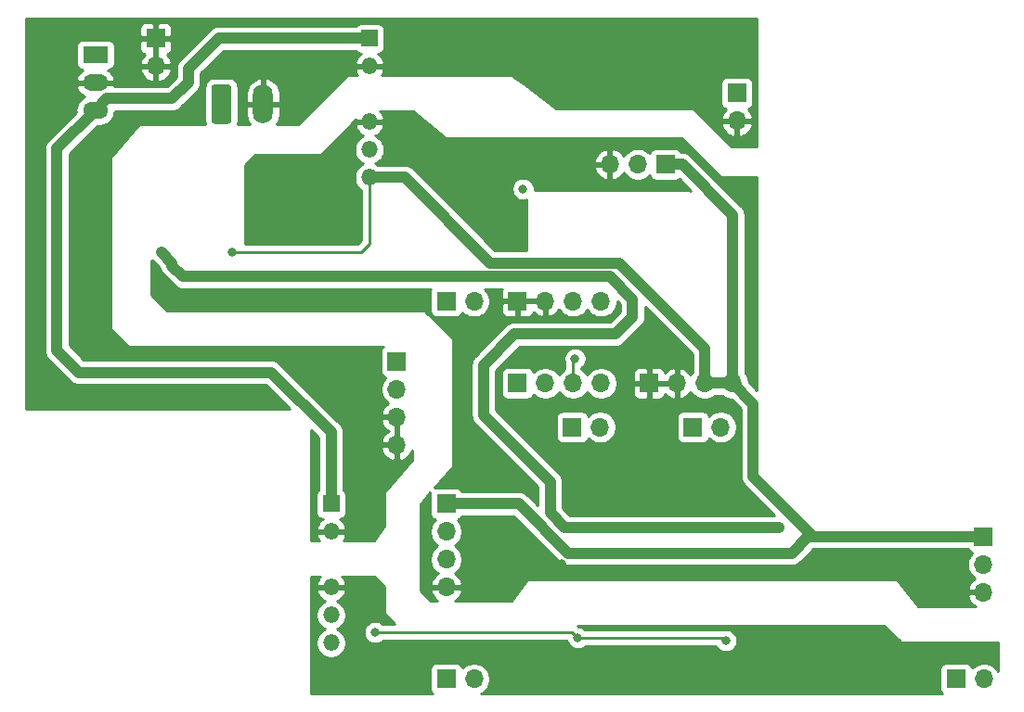
<source format=gbl>
%TF.GenerationSoftware,KiCad,Pcbnew,5.1.6-c6e7f7d~86~ubuntu20.04.1*%
%TF.CreationDate,2020-09-07T12:19:27+02:00*%
%TF.ProjectId,Measurment,4d656173-7572-46d6-956e-742e6b696361,rev?*%
%TF.SameCoordinates,Original*%
%TF.FileFunction,Copper,L2,Bot*%
%TF.FilePolarity,Positive*%
%FSLAX46Y46*%
G04 Gerber Fmt 4.6, Leading zero omitted, Abs format (unit mm)*
G04 Created by KiCad (PCBNEW 5.1.6-c6e7f7d~86~ubuntu20.04.1) date 2020-09-07 12:19:27*
%MOMM*%
%LPD*%
G01*
G04 APERTURE LIST*
%TA.AperFunction,ComponentPad*%
%ADD10O,1.700000X1.700000*%
%TD*%
%TA.AperFunction,ComponentPad*%
%ADD11R,1.700000X1.700000*%
%TD*%
%TA.AperFunction,ComponentPad*%
%ADD12O,1.800000X3.600000*%
%TD*%
%TA.AperFunction,ComponentPad*%
%ADD13O,1.500000X1.500000*%
%TD*%
%TA.AperFunction,ComponentPad*%
%ADD14R,1.500000X1.500000*%
%TD*%
%TA.AperFunction,ComponentPad*%
%ADD15O,2.300000X1.500000*%
%TD*%
%TA.AperFunction,ComponentPad*%
%ADD16R,2.300000X1.500000*%
%TD*%
%TA.AperFunction,ViaPad*%
%ADD17C,0.800000*%
%TD*%
%TA.AperFunction,Conductor*%
%ADD18C,0.250000*%
%TD*%
%TA.AperFunction,Conductor*%
%ADD19C,1.000000*%
%TD*%
%TA.AperFunction,Conductor*%
%ADD20C,0.254000*%
%TD*%
G04 APERTURE END LIST*
D10*
%TO.P,J1,14*%
%TO.N,GNDD*%
X91540000Y-75500000D03*
D11*
X89000000Y-75500000D03*
D10*
%TO.P,J1,15*%
%TO.N,+5VD*%
X96620000Y-75500000D03*
X94080000Y-75500000D03*
D11*
%TO.P,J1,14*%
%TO.N,GNDD*%
X77000000Y-68000000D03*
D10*
%TO.P,J1,13*%
%TO.N,+5VD*%
X84620000Y-68000000D03*
%TO.P,J1,14*%
%TO.N,GNDD*%
X79540000Y-68000000D03*
%TO.P,J1,13*%
%TO.N,+5VD*%
X82080000Y-68000000D03*
%TO.P,J1,12*%
%TO.N,/VTh_ADC*%
X84620000Y-75500000D03*
%TO.P,J1,11*%
%TO.N,/IIHigh_ADC*%
X82080000Y-75500000D03*
D11*
%TO.P,J1,9*%
%TO.N,/IILow1_ADC*%
X77000000Y-75500000D03*
D10*
%TO.P,J1,10*%
%TO.N,/IILow2_ADC*%
X79540000Y-75500000D03*
%TO.P,J1,7*%
%TO.N,/VIHigh+_ADC*%
X73040000Y-68000000D03*
D11*
%TO.P,J1,8*%
%TO.N,/VIHigh-_ADC*%
X70500000Y-68000000D03*
%TO.P,J1,5*%
%TO.N,/VILow2+_ADC*%
X93000000Y-79500000D03*
D10*
%TO.P,J1,6*%
%TO.N,/VILow2_ADC*%
X95540000Y-79500000D03*
D11*
%TO.P,J1,3*%
%TO.N,/VILow1+_ADC*%
X82000000Y-79500000D03*
D10*
%TO.P,J1,4*%
%TO.N,/VILow1-_ADC*%
X84540000Y-79500000D03*
D11*
%TO.P,J1,1*%
%TO.N,+15V*%
X66000000Y-73500000D03*
D10*
%TO.P,J1,2*%
%TO.N,GNDREF*%
X66000000Y-78580000D03*
%TO.P,J1,1*%
%TO.N,+15V*%
X66000000Y-76040000D03*
%TO.P,J1,2*%
%TO.N,GNDREF*%
X66000000Y-81120000D03*
%TD*%
%TO.P,J2,20*%
%TO.N,GNDREF*%
X44000000Y-46540000D03*
D11*
X44000000Y-44000000D03*
D10*
%TO.P,J2,3*%
%TO.N,GNDD*%
X119500000Y-94580000D03*
%TO.P,J2,5*%
%TO.N,/IILow2*%
X119500000Y-92040000D03*
D11*
%TO.P,J2,4*%
%TO.N,+5VD*%
X119500000Y-89500000D03*
%TO.P,J2,12*%
%TO.N,/VILow1+*%
X70500000Y-102500000D03*
%TO.P,J2,14*%
%TO.N,/VILow2+*%
X117000000Y-102500000D03*
D10*
%TO.P,J2,13*%
%TO.N,/VILow1-*%
X73040000Y-102500000D03*
%TO.P,J2,15*%
%TO.N,/VILow2-*%
X119540000Y-102500000D03*
D11*
%TO.P,J2,4*%
%TO.N,+5VD*%
X70500000Y-86500000D03*
D10*
%TO.P,J2,2*%
%TO.N,/IILow1*%
X70500000Y-89040000D03*
%TO.P,J2,17*%
%TO.N,/VTh*%
X70500000Y-91580000D03*
%TO.P,J2,3*%
%TO.N,GNDD*%
X70500000Y-94120000D03*
D11*
%TO.P,J2,10*%
%TO.N,/VIHigh+*%
X97000000Y-49000000D03*
D10*
%TO.P,J2,11*%
%TO.N,GNDREF*%
X97000000Y-51540000D03*
%TO.P,J2,3*%
%TO.N,GNDD*%
X85420000Y-55500000D03*
D11*
%TO.P,J2,4*%
%TO.N,+5VD*%
X90500000Y-55500000D03*
D10*
%TO.P,J2,8*%
%TO.N,/IIHigh*%
X87960000Y-55500000D03*
%TD*%
D12*
%TO.P,J3,2*%
%TO.N,GNDREF*%
X53810000Y-50000000D03*
%TO.P,J3,1*%
%TO.N,+15V*%
%TA.AperFunction,ComponentPad*%
G36*
G01*
X49100000Y-51550000D02*
X49100000Y-48450000D01*
G75*
G02*
X49350000Y-48200000I250000J0D01*
G01*
X50650000Y-48200000D01*
G75*
G02*
X50900000Y-48450000I0J-250000D01*
G01*
X50900000Y-51550000D01*
G75*
G02*
X50650000Y-51800000I-250000J0D01*
G01*
X49350000Y-51800000D01*
G75*
G02*
X49100000Y-51550000I0J250000D01*
G01*
G37*
%TD.AperFunction*%
%TD*%
D13*
%TO.P,U7,6*%
%TO.N,+5VD*%
X63500000Y-56700000D03*
%TO.P,U7,5*%
%TO.N,Net-(U7-Pad5)*%
X63500000Y-54160000D03*
%TO.P,U7,4*%
%TO.N,GNDD*%
X63500000Y-51620000D03*
%TO.P,U7,2*%
%TO.N,GNDREF*%
X63500000Y-46540000D03*
D14*
%TO.P,U7,1*%
%TO.N,+5V*%
X63500000Y-44000000D03*
%TD*%
D13*
%TO.P,U1,6*%
%TO.N,+5P*%
X60000000Y-99200000D03*
%TO.P,U1,5*%
%TO.N,Net-(U1-Pad5)*%
X60000000Y-96660000D03*
%TO.P,U1,4*%
%TO.N,/N*%
X60000000Y-94120000D03*
%TO.P,U1,2*%
%TO.N,GNDREF*%
X60000000Y-89040000D03*
D14*
%TO.P,U1,1*%
%TO.N,+5V*%
X60000000Y-86500000D03*
%TD*%
D15*
%TO.P,U5,3*%
%TO.N,+5V*%
X38500000Y-50580000D03*
%TO.P,U5,2*%
%TO.N,GNDREF*%
X38500000Y-48040000D03*
D16*
%TO.P,U5,1*%
%TO.N,+15V*%
X38500000Y-45500000D03*
%TD*%
D17*
%TO.N,GNDD*%
X79000000Y-92000000D03*
X81000000Y-92000000D03*
X77000000Y-92000000D03*
X73500000Y-83500000D03*
X72000000Y-72000000D03*
X72000000Y-70500000D03*
X51000000Y-68000000D03*
X53000000Y-68000000D03*
X58500000Y-61500000D03*
X60000000Y-61500000D03*
X70000000Y-56500000D03*
X70000000Y-55000000D03*
X77500000Y-73000000D03*
X79500000Y-73000000D03*
X91500000Y-73000000D03*
X89500000Y-73000000D03*
X87500000Y-73000000D03*
X89500000Y-79500000D03*
X89500000Y-81500000D03*
X89500000Y-83500000D03*
X75500000Y-83500000D03*
%TO.N,+5VD*%
X51000000Y-63500000D03*
X86375000Y-64625000D03*
%TO.N,/IIHigh_ADC*%
X82250000Y-73250000D03*
%TO.N,+5P*%
X82500000Y-98750000D03*
X96000000Y-99000000D03*
X64000000Y-98250000D03*
%TO.N,/N*%
X90000000Y-103000000D03*
X92000000Y-103000000D03*
X94000000Y-103000000D03*
X96000000Y-103000000D03*
X98000000Y-103000000D03*
X109500000Y-98500000D03*
X97500000Y-98500000D03*
X66000000Y-103000000D03*
X66000000Y-101000000D03*
X116500000Y-100000000D03*
X118500000Y-100000000D03*
%TO.N,+3V3*%
X100825000Y-88675000D03*
X81325000Y-88675000D03*
X78000000Y-65750000D03*
X77500000Y-57750000D03*
X44500024Y-63500000D03*
%TO.N,+5V*%
X35000000Y-68000010D03*
%TD*%
D18*
%TO.N,+5VD*%
X62750000Y-63500000D02*
X51000000Y-63500000D01*
X63500000Y-62750000D02*
X62750000Y-63500000D01*
X63500000Y-56700000D02*
X63500000Y-62750000D01*
D19*
X119500000Y-89500000D02*
X107750000Y-89500000D01*
X96620000Y-75500000D02*
X94080000Y-75500000D01*
X90500000Y-55500000D02*
X92000000Y-55500000D01*
X96620000Y-60120000D02*
X96620000Y-75500000D01*
X92000000Y-55500000D02*
X96620000Y-60120000D01*
X70500000Y-86500000D02*
X70750000Y-86500000D01*
X107750000Y-89500000D02*
X103500000Y-89500000D01*
X103500000Y-89500000D02*
X102000000Y-91000000D01*
X77128002Y-86500000D02*
X70500000Y-86500000D01*
X81628002Y-91000000D02*
X77128002Y-86500000D01*
X102000000Y-91000000D02*
X81628002Y-91000000D01*
X94080000Y-72330000D02*
X94080000Y-75500000D01*
X63500000Y-56700000D02*
X66700000Y-56700000D01*
X66700000Y-56700000D02*
X74500000Y-64500000D01*
X74500000Y-64500000D02*
X86250000Y-64500000D01*
X86250000Y-64500000D02*
X86375000Y-64625000D01*
X86375000Y-64625000D02*
X94080000Y-72330000D01*
X98500000Y-84000000D02*
X98500000Y-77380000D01*
X104000000Y-89500000D02*
X98500000Y-84000000D01*
X98500000Y-77380000D02*
X96620000Y-75500000D01*
X107750000Y-89500000D02*
X104000000Y-89500000D01*
D18*
%TO.N,/IIHigh_ADC*%
X82080000Y-73420000D02*
X82250000Y-73250000D01*
X82080000Y-75500000D02*
X82080000Y-73420000D01*
%TO.N,+5P*%
X64000000Y-98250000D02*
X64000000Y-98250000D01*
X82000000Y-98250000D02*
X82500000Y-98750000D01*
X82500000Y-98750000D02*
X95750000Y-98750000D01*
X95750000Y-98750000D02*
X96000000Y-99000000D01*
X64000000Y-98250000D02*
X82000000Y-98250000D01*
D19*
%TO.N,+3V3*%
X100825000Y-88675000D02*
X81325000Y-88675000D01*
X45500000Y-64750000D02*
X45500000Y-64499976D01*
X85420000Y-65750000D02*
X46500000Y-65750000D01*
X87500000Y-67830000D02*
X85420000Y-65750000D01*
X85920000Y-71000000D02*
X87500000Y-69420000D01*
X73900000Y-73850000D02*
X76750000Y-71000000D01*
X45500000Y-64499976D02*
X44500024Y-63500000D01*
X46500000Y-65750000D02*
X45500000Y-64750000D01*
X73900000Y-78400000D02*
X73900000Y-73850000D01*
X87500000Y-69420000D02*
X87500000Y-67830000D01*
X80000000Y-84500000D02*
X73900000Y-78400000D01*
X80000000Y-87350000D02*
X80000000Y-84500000D01*
X76750000Y-71000000D02*
X85920000Y-71000000D01*
X81325000Y-88675000D02*
X80000000Y-87350000D01*
%TO.N,+5V*%
X35000000Y-54080000D02*
X35000000Y-68000010D01*
X38500000Y-50580000D02*
X35000000Y-54080000D01*
X35000000Y-72500000D02*
X35000000Y-68000010D01*
X37000000Y-74500000D02*
X35000000Y-72500000D01*
X54525318Y-74500000D02*
X37000000Y-74500000D01*
X60000000Y-79974682D02*
X54525318Y-74500000D01*
X60000000Y-86500000D02*
X60000000Y-79974682D01*
X49750000Y-44000000D02*
X63500000Y-44000000D01*
X47000000Y-46750000D02*
X49750000Y-44000000D01*
X45500000Y-49500000D02*
X47000000Y-48000000D01*
X47000000Y-48000000D02*
X47000000Y-46750000D01*
X39580000Y-49500000D02*
X45500000Y-49500000D01*
X38500000Y-50580000D02*
X39580000Y-49500000D01*
%TD*%
D20*
%TO.N,GNDD*%
G36*
X69024188Y-85525518D02*
G01*
X69011928Y-85650000D01*
X69011928Y-87350000D01*
X69024188Y-87474482D01*
X69060498Y-87594180D01*
X69119463Y-87704494D01*
X69198815Y-87801185D01*
X69295506Y-87880537D01*
X69405820Y-87939502D01*
X69478380Y-87961513D01*
X69346525Y-88093368D01*
X69184010Y-88336589D01*
X69072068Y-88606842D01*
X69015000Y-88893740D01*
X69015000Y-89186260D01*
X69072068Y-89473158D01*
X69184010Y-89743411D01*
X69346525Y-89986632D01*
X69553368Y-90193475D01*
X69727760Y-90310000D01*
X69553368Y-90426525D01*
X69346525Y-90633368D01*
X69184010Y-90876589D01*
X69072068Y-91146842D01*
X69015000Y-91433740D01*
X69015000Y-91726260D01*
X69072068Y-92013158D01*
X69184010Y-92283411D01*
X69346525Y-92526632D01*
X69553368Y-92733475D01*
X69735534Y-92855195D01*
X69618645Y-92924822D01*
X69402412Y-93119731D01*
X69228359Y-93353080D01*
X69103175Y-93615901D01*
X69058524Y-93763110D01*
X69179845Y-93993000D01*
X70373000Y-93993000D01*
X70373000Y-93973000D01*
X70627000Y-93973000D01*
X70627000Y-93993000D01*
X71820155Y-93993000D01*
X71941476Y-93763110D01*
X71896825Y-93615901D01*
X71771641Y-93353080D01*
X71597588Y-93119731D01*
X71381355Y-92924822D01*
X71264466Y-92855195D01*
X71446632Y-92733475D01*
X71653475Y-92526632D01*
X71815990Y-92283411D01*
X71927932Y-92013158D01*
X71985000Y-91726260D01*
X71985000Y-91433740D01*
X71927932Y-91146842D01*
X71815990Y-90876589D01*
X71653475Y-90633368D01*
X71446632Y-90426525D01*
X71272240Y-90310000D01*
X71446632Y-90193475D01*
X71653475Y-89986632D01*
X71815990Y-89743411D01*
X71927932Y-89473158D01*
X71985000Y-89186260D01*
X71985000Y-88893740D01*
X71927932Y-88606842D01*
X71815990Y-88336589D01*
X71653475Y-88093368D01*
X71521620Y-87961513D01*
X71594180Y-87939502D01*
X71704494Y-87880537D01*
X71801185Y-87801185D01*
X71880537Y-87704494D01*
X71917683Y-87635000D01*
X76657871Y-87635000D01*
X80786011Y-91763141D01*
X80821553Y-91806449D01*
X80994379Y-91948284D01*
X81115751Y-92013158D01*
X81191555Y-92053676D01*
X81405503Y-92118577D01*
X81628001Y-92140491D01*
X81683753Y-92135000D01*
X101944249Y-92135000D01*
X102000000Y-92140491D01*
X102055751Y-92135000D01*
X102055752Y-92135000D01*
X102222499Y-92118577D01*
X102436447Y-92053676D01*
X102633623Y-91948284D01*
X102806449Y-91806449D01*
X102841996Y-91763135D01*
X103967811Y-90637321D01*
X104000000Y-90640491D01*
X104055752Y-90635000D01*
X118082317Y-90635000D01*
X118119463Y-90704494D01*
X118198815Y-90801185D01*
X118295506Y-90880537D01*
X118405820Y-90939502D01*
X118478380Y-90961513D01*
X118346525Y-91093368D01*
X118184010Y-91336589D01*
X118072068Y-91606842D01*
X118015000Y-91893740D01*
X118015000Y-92186260D01*
X118072068Y-92473158D01*
X118184010Y-92743411D01*
X118346525Y-92986632D01*
X118553368Y-93193475D01*
X118735534Y-93315195D01*
X118618645Y-93384822D01*
X118402412Y-93579731D01*
X118228359Y-93813080D01*
X118103175Y-94075901D01*
X118058524Y-94223110D01*
X118179845Y-94453000D01*
X119373000Y-94453000D01*
X119373000Y-94433000D01*
X119627000Y-94433000D01*
X119627000Y-94453000D01*
X119647000Y-94453000D01*
X119647000Y-94707000D01*
X119627000Y-94707000D01*
X119627000Y-94727000D01*
X119373000Y-94727000D01*
X119373000Y-94707000D01*
X118179845Y-94707000D01*
X118058524Y-94936890D01*
X118103175Y-95084099D01*
X118228359Y-95346920D01*
X118402412Y-95580269D01*
X118618645Y-95775178D01*
X118782867Y-95873000D01*
X113561039Y-95873000D01*
X111599170Y-93420664D01*
X111581787Y-93402841D01*
X111561261Y-93388752D01*
X111538380Y-93378938D01*
X111514025Y-93373777D01*
X111500000Y-93373000D01*
X78000000Y-93373000D01*
X77975224Y-93375440D01*
X77951399Y-93382667D01*
X77929443Y-93394403D01*
X77910197Y-93410197D01*
X77898400Y-93423800D01*
X76436500Y-95373000D01*
X71284285Y-95373000D01*
X71381355Y-95315178D01*
X71597588Y-95120269D01*
X71771641Y-94886920D01*
X71896825Y-94624099D01*
X71941476Y-94476890D01*
X71820155Y-94247000D01*
X70627000Y-94247000D01*
X70627000Y-94267000D01*
X70373000Y-94267000D01*
X70373000Y-94247000D01*
X69179845Y-94247000D01*
X69058524Y-94476890D01*
X69103175Y-94624099D01*
X69228359Y-94886920D01*
X69402412Y-95120269D01*
X69618645Y-95315178D01*
X69715715Y-95373000D01*
X69052606Y-95373000D01*
X68127000Y-94447394D01*
X68127000Y-86546981D01*
X69036046Y-85486427D01*
X69024188Y-85525518D01*
G37*
X69024188Y-85525518D02*
X69011928Y-85650000D01*
X69011928Y-87350000D01*
X69024188Y-87474482D01*
X69060498Y-87594180D01*
X69119463Y-87704494D01*
X69198815Y-87801185D01*
X69295506Y-87880537D01*
X69405820Y-87939502D01*
X69478380Y-87961513D01*
X69346525Y-88093368D01*
X69184010Y-88336589D01*
X69072068Y-88606842D01*
X69015000Y-88893740D01*
X69015000Y-89186260D01*
X69072068Y-89473158D01*
X69184010Y-89743411D01*
X69346525Y-89986632D01*
X69553368Y-90193475D01*
X69727760Y-90310000D01*
X69553368Y-90426525D01*
X69346525Y-90633368D01*
X69184010Y-90876589D01*
X69072068Y-91146842D01*
X69015000Y-91433740D01*
X69015000Y-91726260D01*
X69072068Y-92013158D01*
X69184010Y-92283411D01*
X69346525Y-92526632D01*
X69553368Y-92733475D01*
X69735534Y-92855195D01*
X69618645Y-92924822D01*
X69402412Y-93119731D01*
X69228359Y-93353080D01*
X69103175Y-93615901D01*
X69058524Y-93763110D01*
X69179845Y-93993000D01*
X70373000Y-93993000D01*
X70373000Y-93973000D01*
X70627000Y-93973000D01*
X70627000Y-93993000D01*
X71820155Y-93993000D01*
X71941476Y-93763110D01*
X71896825Y-93615901D01*
X71771641Y-93353080D01*
X71597588Y-93119731D01*
X71381355Y-92924822D01*
X71264466Y-92855195D01*
X71446632Y-92733475D01*
X71653475Y-92526632D01*
X71815990Y-92283411D01*
X71927932Y-92013158D01*
X71985000Y-91726260D01*
X71985000Y-91433740D01*
X71927932Y-91146842D01*
X71815990Y-90876589D01*
X71653475Y-90633368D01*
X71446632Y-90426525D01*
X71272240Y-90310000D01*
X71446632Y-90193475D01*
X71653475Y-89986632D01*
X71815990Y-89743411D01*
X71927932Y-89473158D01*
X71985000Y-89186260D01*
X71985000Y-88893740D01*
X71927932Y-88606842D01*
X71815990Y-88336589D01*
X71653475Y-88093368D01*
X71521620Y-87961513D01*
X71594180Y-87939502D01*
X71704494Y-87880537D01*
X71801185Y-87801185D01*
X71880537Y-87704494D01*
X71917683Y-87635000D01*
X76657871Y-87635000D01*
X80786011Y-91763141D01*
X80821553Y-91806449D01*
X80994379Y-91948284D01*
X81115751Y-92013158D01*
X81191555Y-92053676D01*
X81405503Y-92118577D01*
X81628001Y-92140491D01*
X81683753Y-92135000D01*
X101944249Y-92135000D01*
X102000000Y-92140491D01*
X102055751Y-92135000D01*
X102055752Y-92135000D01*
X102222499Y-92118577D01*
X102436447Y-92053676D01*
X102633623Y-91948284D01*
X102806449Y-91806449D01*
X102841996Y-91763135D01*
X103967811Y-90637321D01*
X104000000Y-90640491D01*
X104055752Y-90635000D01*
X118082317Y-90635000D01*
X118119463Y-90704494D01*
X118198815Y-90801185D01*
X118295506Y-90880537D01*
X118405820Y-90939502D01*
X118478380Y-90961513D01*
X118346525Y-91093368D01*
X118184010Y-91336589D01*
X118072068Y-91606842D01*
X118015000Y-91893740D01*
X118015000Y-92186260D01*
X118072068Y-92473158D01*
X118184010Y-92743411D01*
X118346525Y-92986632D01*
X118553368Y-93193475D01*
X118735534Y-93315195D01*
X118618645Y-93384822D01*
X118402412Y-93579731D01*
X118228359Y-93813080D01*
X118103175Y-94075901D01*
X118058524Y-94223110D01*
X118179845Y-94453000D01*
X119373000Y-94453000D01*
X119373000Y-94433000D01*
X119627000Y-94433000D01*
X119627000Y-94453000D01*
X119647000Y-94453000D01*
X119647000Y-94707000D01*
X119627000Y-94707000D01*
X119627000Y-94727000D01*
X119373000Y-94727000D01*
X119373000Y-94707000D01*
X118179845Y-94707000D01*
X118058524Y-94936890D01*
X118103175Y-95084099D01*
X118228359Y-95346920D01*
X118402412Y-95580269D01*
X118618645Y-95775178D01*
X118782867Y-95873000D01*
X113561039Y-95873000D01*
X111599170Y-93420664D01*
X111581787Y-93402841D01*
X111561261Y-93388752D01*
X111538380Y-93378938D01*
X111514025Y-93373777D01*
X111500000Y-93373000D01*
X78000000Y-93373000D01*
X77975224Y-93375440D01*
X77951399Y-93382667D01*
X77929443Y-93394403D01*
X77910197Y-93410197D01*
X77898400Y-93423800D01*
X76436500Y-95373000D01*
X71284285Y-95373000D01*
X71381355Y-95315178D01*
X71597588Y-95120269D01*
X71771641Y-94886920D01*
X71896825Y-94624099D01*
X71941476Y-94476890D01*
X71820155Y-94247000D01*
X70627000Y-94247000D01*
X70627000Y-94267000D01*
X70373000Y-94267000D01*
X70373000Y-94247000D01*
X69179845Y-94247000D01*
X69058524Y-94476890D01*
X69103175Y-94624099D01*
X69228359Y-94886920D01*
X69402412Y-95120269D01*
X69618645Y-95315178D01*
X69715715Y-95373000D01*
X69052606Y-95373000D01*
X68127000Y-94447394D01*
X68127000Y-86546981D01*
X69036046Y-85486427D01*
X69024188Y-85525518D01*
G36*
X92945000Y-72800132D02*
G01*
X92945001Y-74534892D01*
X92926525Y-74553368D01*
X92804805Y-74735534D01*
X92735178Y-74618645D01*
X92540269Y-74402412D01*
X92306920Y-74228359D01*
X92044099Y-74103175D01*
X91896890Y-74058524D01*
X91667000Y-74179845D01*
X91667000Y-75373000D01*
X91687000Y-75373000D01*
X91687000Y-75627000D01*
X91667000Y-75627000D01*
X91667000Y-76820155D01*
X91896890Y-76941476D01*
X92044099Y-76896825D01*
X92306920Y-76771641D01*
X92540269Y-76597588D01*
X92735178Y-76381355D01*
X92804805Y-76264466D01*
X92926525Y-76446632D01*
X93133368Y-76653475D01*
X93376589Y-76815990D01*
X93646842Y-76927932D01*
X93933740Y-76985000D01*
X94226260Y-76985000D01*
X94513158Y-76927932D01*
X94783411Y-76815990D01*
X95026632Y-76653475D01*
X95045107Y-76635000D01*
X95654893Y-76635000D01*
X95673368Y-76653475D01*
X95916589Y-76815990D01*
X96186842Y-76927932D01*
X96473740Y-76985000D01*
X96499869Y-76985000D01*
X97365001Y-77850133D01*
X97365000Y-83944248D01*
X97359509Y-84000000D01*
X97365000Y-84055751D01*
X97381423Y-84222498D01*
X97446324Y-84436446D01*
X97551716Y-84633623D01*
X97693551Y-84806449D01*
X97736865Y-84841996D01*
X100434868Y-87540000D01*
X81795132Y-87540000D01*
X81135000Y-86879869D01*
X81135000Y-84555752D01*
X81140491Y-84500000D01*
X81118577Y-84277501D01*
X81053676Y-84063553D01*
X80948284Y-83866377D01*
X80841989Y-83736856D01*
X80841987Y-83736854D01*
X80806449Y-83693551D01*
X80763146Y-83658013D01*
X75755132Y-78650000D01*
X80511928Y-78650000D01*
X80511928Y-80350000D01*
X80524188Y-80474482D01*
X80560498Y-80594180D01*
X80619463Y-80704494D01*
X80698815Y-80801185D01*
X80795506Y-80880537D01*
X80905820Y-80939502D01*
X81025518Y-80975812D01*
X81150000Y-80988072D01*
X82850000Y-80988072D01*
X82974482Y-80975812D01*
X83094180Y-80939502D01*
X83204494Y-80880537D01*
X83301185Y-80801185D01*
X83380537Y-80704494D01*
X83439502Y-80594180D01*
X83461513Y-80521620D01*
X83593368Y-80653475D01*
X83836589Y-80815990D01*
X84106842Y-80927932D01*
X84393740Y-80985000D01*
X84686260Y-80985000D01*
X84973158Y-80927932D01*
X85243411Y-80815990D01*
X85486632Y-80653475D01*
X85693475Y-80446632D01*
X85855990Y-80203411D01*
X85967932Y-79933158D01*
X86025000Y-79646260D01*
X86025000Y-79353740D01*
X85967932Y-79066842D01*
X85855990Y-78796589D01*
X85758043Y-78650000D01*
X91511928Y-78650000D01*
X91511928Y-80350000D01*
X91524188Y-80474482D01*
X91560498Y-80594180D01*
X91619463Y-80704494D01*
X91698815Y-80801185D01*
X91795506Y-80880537D01*
X91905820Y-80939502D01*
X92025518Y-80975812D01*
X92150000Y-80988072D01*
X93850000Y-80988072D01*
X93974482Y-80975812D01*
X94094180Y-80939502D01*
X94204494Y-80880537D01*
X94301185Y-80801185D01*
X94380537Y-80704494D01*
X94439502Y-80594180D01*
X94461513Y-80521620D01*
X94593368Y-80653475D01*
X94836589Y-80815990D01*
X95106842Y-80927932D01*
X95393740Y-80985000D01*
X95686260Y-80985000D01*
X95973158Y-80927932D01*
X96243411Y-80815990D01*
X96486632Y-80653475D01*
X96693475Y-80446632D01*
X96855990Y-80203411D01*
X96967932Y-79933158D01*
X97025000Y-79646260D01*
X97025000Y-79353740D01*
X96967932Y-79066842D01*
X96855990Y-78796589D01*
X96693475Y-78553368D01*
X96486632Y-78346525D01*
X96243411Y-78184010D01*
X95973158Y-78072068D01*
X95686260Y-78015000D01*
X95393740Y-78015000D01*
X95106842Y-78072068D01*
X94836589Y-78184010D01*
X94593368Y-78346525D01*
X94461513Y-78478380D01*
X94439502Y-78405820D01*
X94380537Y-78295506D01*
X94301185Y-78198815D01*
X94204494Y-78119463D01*
X94094180Y-78060498D01*
X93974482Y-78024188D01*
X93850000Y-78011928D01*
X92150000Y-78011928D01*
X92025518Y-78024188D01*
X91905820Y-78060498D01*
X91795506Y-78119463D01*
X91698815Y-78198815D01*
X91619463Y-78295506D01*
X91560498Y-78405820D01*
X91524188Y-78525518D01*
X91511928Y-78650000D01*
X85758043Y-78650000D01*
X85693475Y-78553368D01*
X85486632Y-78346525D01*
X85243411Y-78184010D01*
X84973158Y-78072068D01*
X84686260Y-78015000D01*
X84393740Y-78015000D01*
X84106842Y-78072068D01*
X83836589Y-78184010D01*
X83593368Y-78346525D01*
X83461513Y-78478380D01*
X83439502Y-78405820D01*
X83380537Y-78295506D01*
X83301185Y-78198815D01*
X83204494Y-78119463D01*
X83094180Y-78060498D01*
X82974482Y-78024188D01*
X82850000Y-78011928D01*
X81150000Y-78011928D01*
X81025518Y-78024188D01*
X80905820Y-78060498D01*
X80795506Y-78119463D01*
X80698815Y-78198815D01*
X80619463Y-78295506D01*
X80560498Y-78405820D01*
X80524188Y-78525518D01*
X80511928Y-78650000D01*
X75755132Y-78650000D01*
X75035000Y-77929869D01*
X75035000Y-74650000D01*
X75511928Y-74650000D01*
X75511928Y-76350000D01*
X75524188Y-76474482D01*
X75560498Y-76594180D01*
X75619463Y-76704494D01*
X75698815Y-76801185D01*
X75795506Y-76880537D01*
X75905820Y-76939502D01*
X76025518Y-76975812D01*
X76150000Y-76988072D01*
X77850000Y-76988072D01*
X77974482Y-76975812D01*
X78094180Y-76939502D01*
X78204494Y-76880537D01*
X78301185Y-76801185D01*
X78380537Y-76704494D01*
X78439502Y-76594180D01*
X78461513Y-76521620D01*
X78593368Y-76653475D01*
X78836589Y-76815990D01*
X79106842Y-76927932D01*
X79393740Y-76985000D01*
X79686260Y-76985000D01*
X79973158Y-76927932D01*
X80243411Y-76815990D01*
X80486632Y-76653475D01*
X80693475Y-76446632D01*
X80810000Y-76272240D01*
X80926525Y-76446632D01*
X81133368Y-76653475D01*
X81376589Y-76815990D01*
X81646842Y-76927932D01*
X81933740Y-76985000D01*
X82226260Y-76985000D01*
X82513158Y-76927932D01*
X82783411Y-76815990D01*
X83026632Y-76653475D01*
X83233475Y-76446632D01*
X83350000Y-76272240D01*
X83466525Y-76446632D01*
X83673368Y-76653475D01*
X83916589Y-76815990D01*
X84186842Y-76927932D01*
X84473740Y-76985000D01*
X84766260Y-76985000D01*
X85053158Y-76927932D01*
X85323411Y-76815990D01*
X85566632Y-76653475D01*
X85773475Y-76446632D01*
X85838042Y-76350000D01*
X87511928Y-76350000D01*
X87524188Y-76474482D01*
X87560498Y-76594180D01*
X87619463Y-76704494D01*
X87698815Y-76801185D01*
X87795506Y-76880537D01*
X87905820Y-76939502D01*
X88025518Y-76975812D01*
X88150000Y-76988072D01*
X88714250Y-76985000D01*
X88873000Y-76826250D01*
X88873000Y-75627000D01*
X89127000Y-75627000D01*
X89127000Y-76826250D01*
X89285750Y-76985000D01*
X89850000Y-76988072D01*
X89974482Y-76975812D01*
X90094180Y-76939502D01*
X90204494Y-76880537D01*
X90301185Y-76801185D01*
X90380537Y-76704494D01*
X90439502Y-76594180D01*
X90463966Y-76513534D01*
X90539731Y-76597588D01*
X90773080Y-76771641D01*
X91035901Y-76896825D01*
X91183110Y-76941476D01*
X91413000Y-76820155D01*
X91413000Y-75627000D01*
X89127000Y-75627000D01*
X88873000Y-75627000D01*
X87673750Y-75627000D01*
X87515000Y-75785750D01*
X87511928Y-76350000D01*
X85838042Y-76350000D01*
X85935990Y-76203411D01*
X86047932Y-75933158D01*
X86105000Y-75646260D01*
X86105000Y-75353740D01*
X86047932Y-75066842D01*
X85935990Y-74796589D01*
X85838043Y-74650000D01*
X87511928Y-74650000D01*
X87515000Y-75214250D01*
X87673750Y-75373000D01*
X88873000Y-75373000D01*
X88873000Y-74173750D01*
X89127000Y-74173750D01*
X89127000Y-75373000D01*
X91413000Y-75373000D01*
X91413000Y-74179845D01*
X91183110Y-74058524D01*
X91035901Y-74103175D01*
X90773080Y-74228359D01*
X90539731Y-74402412D01*
X90463966Y-74486466D01*
X90439502Y-74405820D01*
X90380537Y-74295506D01*
X90301185Y-74198815D01*
X90204494Y-74119463D01*
X90094180Y-74060498D01*
X89974482Y-74024188D01*
X89850000Y-74011928D01*
X89285750Y-74015000D01*
X89127000Y-74173750D01*
X88873000Y-74173750D01*
X88714250Y-74015000D01*
X88150000Y-74011928D01*
X88025518Y-74024188D01*
X87905820Y-74060498D01*
X87795506Y-74119463D01*
X87698815Y-74198815D01*
X87619463Y-74295506D01*
X87560498Y-74405820D01*
X87524188Y-74525518D01*
X87511928Y-74650000D01*
X85838043Y-74650000D01*
X85773475Y-74553368D01*
X85566632Y-74346525D01*
X85323411Y-74184010D01*
X85053158Y-74072068D01*
X84766260Y-74015000D01*
X84473740Y-74015000D01*
X84186842Y-74072068D01*
X83916589Y-74184010D01*
X83673368Y-74346525D01*
X83466525Y-74553368D01*
X83350000Y-74727760D01*
X83233475Y-74553368D01*
X83026632Y-74346525D01*
X82840000Y-74221822D01*
X82840000Y-74100558D01*
X82909774Y-74053937D01*
X83053937Y-73909774D01*
X83167205Y-73740256D01*
X83245226Y-73551898D01*
X83285000Y-73351939D01*
X83285000Y-73148061D01*
X83245226Y-72948102D01*
X83167205Y-72759744D01*
X83053937Y-72590226D01*
X82909774Y-72446063D01*
X82740256Y-72332795D01*
X82551898Y-72254774D01*
X82351939Y-72215000D01*
X82148061Y-72215000D01*
X81948102Y-72254774D01*
X81759744Y-72332795D01*
X81590226Y-72446063D01*
X81446063Y-72590226D01*
X81332795Y-72759744D01*
X81254774Y-72948102D01*
X81215000Y-73148061D01*
X81215000Y-73351939D01*
X81254774Y-73551898D01*
X81320001Y-73709368D01*
X81320001Y-74221821D01*
X81133368Y-74346525D01*
X80926525Y-74553368D01*
X80810000Y-74727760D01*
X80693475Y-74553368D01*
X80486632Y-74346525D01*
X80243411Y-74184010D01*
X79973158Y-74072068D01*
X79686260Y-74015000D01*
X79393740Y-74015000D01*
X79106842Y-74072068D01*
X78836589Y-74184010D01*
X78593368Y-74346525D01*
X78461513Y-74478380D01*
X78439502Y-74405820D01*
X78380537Y-74295506D01*
X78301185Y-74198815D01*
X78204494Y-74119463D01*
X78094180Y-74060498D01*
X77974482Y-74024188D01*
X77850000Y-74011928D01*
X76150000Y-74011928D01*
X76025518Y-74024188D01*
X75905820Y-74060498D01*
X75795506Y-74119463D01*
X75698815Y-74198815D01*
X75619463Y-74295506D01*
X75560498Y-74405820D01*
X75524188Y-74525518D01*
X75511928Y-74650000D01*
X75035000Y-74650000D01*
X75035000Y-74320131D01*
X77220133Y-72135000D01*
X85864249Y-72135000D01*
X85920000Y-72140491D01*
X85975751Y-72135000D01*
X85975752Y-72135000D01*
X86142499Y-72118577D01*
X86356447Y-72053676D01*
X86553623Y-71948284D01*
X86726449Y-71806449D01*
X86761996Y-71763135D01*
X88263140Y-70261991D01*
X88306449Y-70226449D01*
X88448284Y-70053623D01*
X88553676Y-69856447D01*
X88618577Y-69642499D01*
X88635000Y-69475752D01*
X88635000Y-69475743D01*
X88640490Y-69420001D01*
X88635000Y-69364259D01*
X88635000Y-68490131D01*
X92945000Y-72800132D01*
G37*
X92945000Y-72800132D02*
X92945001Y-74534892D01*
X92926525Y-74553368D01*
X92804805Y-74735534D01*
X92735178Y-74618645D01*
X92540269Y-74402412D01*
X92306920Y-74228359D01*
X92044099Y-74103175D01*
X91896890Y-74058524D01*
X91667000Y-74179845D01*
X91667000Y-75373000D01*
X91687000Y-75373000D01*
X91687000Y-75627000D01*
X91667000Y-75627000D01*
X91667000Y-76820155D01*
X91896890Y-76941476D01*
X92044099Y-76896825D01*
X92306920Y-76771641D01*
X92540269Y-76597588D01*
X92735178Y-76381355D01*
X92804805Y-76264466D01*
X92926525Y-76446632D01*
X93133368Y-76653475D01*
X93376589Y-76815990D01*
X93646842Y-76927932D01*
X93933740Y-76985000D01*
X94226260Y-76985000D01*
X94513158Y-76927932D01*
X94783411Y-76815990D01*
X95026632Y-76653475D01*
X95045107Y-76635000D01*
X95654893Y-76635000D01*
X95673368Y-76653475D01*
X95916589Y-76815990D01*
X96186842Y-76927932D01*
X96473740Y-76985000D01*
X96499869Y-76985000D01*
X97365001Y-77850133D01*
X97365000Y-83944248D01*
X97359509Y-84000000D01*
X97365000Y-84055751D01*
X97381423Y-84222498D01*
X97446324Y-84436446D01*
X97551716Y-84633623D01*
X97693551Y-84806449D01*
X97736865Y-84841996D01*
X100434868Y-87540000D01*
X81795132Y-87540000D01*
X81135000Y-86879869D01*
X81135000Y-84555752D01*
X81140491Y-84500000D01*
X81118577Y-84277501D01*
X81053676Y-84063553D01*
X80948284Y-83866377D01*
X80841989Y-83736856D01*
X80841987Y-83736854D01*
X80806449Y-83693551D01*
X80763146Y-83658013D01*
X75755132Y-78650000D01*
X80511928Y-78650000D01*
X80511928Y-80350000D01*
X80524188Y-80474482D01*
X80560498Y-80594180D01*
X80619463Y-80704494D01*
X80698815Y-80801185D01*
X80795506Y-80880537D01*
X80905820Y-80939502D01*
X81025518Y-80975812D01*
X81150000Y-80988072D01*
X82850000Y-80988072D01*
X82974482Y-80975812D01*
X83094180Y-80939502D01*
X83204494Y-80880537D01*
X83301185Y-80801185D01*
X83380537Y-80704494D01*
X83439502Y-80594180D01*
X83461513Y-80521620D01*
X83593368Y-80653475D01*
X83836589Y-80815990D01*
X84106842Y-80927932D01*
X84393740Y-80985000D01*
X84686260Y-80985000D01*
X84973158Y-80927932D01*
X85243411Y-80815990D01*
X85486632Y-80653475D01*
X85693475Y-80446632D01*
X85855990Y-80203411D01*
X85967932Y-79933158D01*
X86025000Y-79646260D01*
X86025000Y-79353740D01*
X85967932Y-79066842D01*
X85855990Y-78796589D01*
X85758043Y-78650000D01*
X91511928Y-78650000D01*
X91511928Y-80350000D01*
X91524188Y-80474482D01*
X91560498Y-80594180D01*
X91619463Y-80704494D01*
X91698815Y-80801185D01*
X91795506Y-80880537D01*
X91905820Y-80939502D01*
X92025518Y-80975812D01*
X92150000Y-80988072D01*
X93850000Y-80988072D01*
X93974482Y-80975812D01*
X94094180Y-80939502D01*
X94204494Y-80880537D01*
X94301185Y-80801185D01*
X94380537Y-80704494D01*
X94439502Y-80594180D01*
X94461513Y-80521620D01*
X94593368Y-80653475D01*
X94836589Y-80815990D01*
X95106842Y-80927932D01*
X95393740Y-80985000D01*
X95686260Y-80985000D01*
X95973158Y-80927932D01*
X96243411Y-80815990D01*
X96486632Y-80653475D01*
X96693475Y-80446632D01*
X96855990Y-80203411D01*
X96967932Y-79933158D01*
X97025000Y-79646260D01*
X97025000Y-79353740D01*
X96967932Y-79066842D01*
X96855990Y-78796589D01*
X96693475Y-78553368D01*
X96486632Y-78346525D01*
X96243411Y-78184010D01*
X95973158Y-78072068D01*
X95686260Y-78015000D01*
X95393740Y-78015000D01*
X95106842Y-78072068D01*
X94836589Y-78184010D01*
X94593368Y-78346525D01*
X94461513Y-78478380D01*
X94439502Y-78405820D01*
X94380537Y-78295506D01*
X94301185Y-78198815D01*
X94204494Y-78119463D01*
X94094180Y-78060498D01*
X93974482Y-78024188D01*
X93850000Y-78011928D01*
X92150000Y-78011928D01*
X92025518Y-78024188D01*
X91905820Y-78060498D01*
X91795506Y-78119463D01*
X91698815Y-78198815D01*
X91619463Y-78295506D01*
X91560498Y-78405820D01*
X91524188Y-78525518D01*
X91511928Y-78650000D01*
X85758043Y-78650000D01*
X85693475Y-78553368D01*
X85486632Y-78346525D01*
X85243411Y-78184010D01*
X84973158Y-78072068D01*
X84686260Y-78015000D01*
X84393740Y-78015000D01*
X84106842Y-78072068D01*
X83836589Y-78184010D01*
X83593368Y-78346525D01*
X83461513Y-78478380D01*
X83439502Y-78405820D01*
X83380537Y-78295506D01*
X83301185Y-78198815D01*
X83204494Y-78119463D01*
X83094180Y-78060498D01*
X82974482Y-78024188D01*
X82850000Y-78011928D01*
X81150000Y-78011928D01*
X81025518Y-78024188D01*
X80905820Y-78060498D01*
X80795506Y-78119463D01*
X80698815Y-78198815D01*
X80619463Y-78295506D01*
X80560498Y-78405820D01*
X80524188Y-78525518D01*
X80511928Y-78650000D01*
X75755132Y-78650000D01*
X75035000Y-77929869D01*
X75035000Y-74650000D01*
X75511928Y-74650000D01*
X75511928Y-76350000D01*
X75524188Y-76474482D01*
X75560498Y-76594180D01*
X75619463Y-76704494D01*
X75698815Y-76801185D01*
X75795506Y-76880537D01*
X75905820Y-76939502D01*
X76025518Y-76975812D01*
X76150000Y-76988072D01*
X77850000Y-76988072D01*
X77974482Y-76975812D01*
X78094180Y-76939502D01*
X78204494Y-76880537D01*
X78301185Y-76801185D01*
X78380537Y-76704494D01*
X78439502Y-76594180D01*
X78461513Y-76521620D01*
X78593368Y-76653475D01*
X78836589Y-76815990D01*
X79106842Y-76927932D01*
X79393740Y-76985000D01*
X79686260Y-76985000D01*
X79973158Y-76927932D01*
X80243411Y-76815990D01*
X80486632Y-76653475D01*
X80693475Y-76446632D01*
X80810000Y-76272240D01*
X80926525Y-76446632D01*
X81133368Y-76653475D01*
X81376589Y-76815990D01*
X81646842Y-76927932D01*
X81933740Y-76985000D01*
X82226260Y-76985000D01*
X82513158Y-76927932D01*
X82783411Y-76815990D01*
X83026632Y-76653475D01*
X83233475Y-76446632D01*
X83350000Y-76272240D01*
X83466525Y-76446632D01*
X83673368Y-76653475D01*
X83916589Y-76815990D01*
X84186842Y-76927932D01*
X84473740Y-76985000D01*
X84766260Y-76985000D01*
X85053158Y-76927932D01*
X85323411Y-76815990D01*
X85566632Y-76653475D01*
X85773475Y-76446632D01*
X85838042Y-76350000D01*
X87511928Y-76350000D01*
X87524188Y-76474482D01*
X87560498Y-76594180D01*
X87619463Y-76704494D01*
X87698815Y-76801185D01*
X87795506Y-76880537D01*
X87905820Y-76939502D01*
X88025518Y-76975812D01*
X88150000Y-76988072D01*
X88714250Y-76985000D01*
X88873000Y-76826250D01*
X88873000Y-75627000D01*
X89127000Y-75627000D01*
X89127000Y-76826250D01*
X89285750Y-76985000D01*
X89850000Y-76988072D01*
X89974482Y-76975812D01*
X90094180Y-76939502D01*
X90204494Y-76880537D01*
X90301185Y-76801185D01*
X90380537Y-76704494D01*
X90439502Y-76594180D01*
X90463966Y-76513534D01*
X90539731Y-76597588D01*
X90773080Y-76771641D01*
X91035901Y-76896825D01*
X91183110Y-76941476D01*
X91413000Y-76820155D01*
X91413000Y-75627000D01*
X89127000Y-75627000D01*
X88873000Y-75627000D01*
X87673750Y-75627000D01*
X87515000Y-75785750D01*
X87511928Y-76350000D01*
X85838042Y-76350000D01*
X85935990Y-76203411D01*
X86047932Y-75933158D01*
X86105000Y-75646260D01*
X86105000Y-75353740D01*
X86047932Y-75066842D01*
X85935990Y-74796589D01*
X85838043Y-74650000D01*
X87511928Y-74650000D01*
X87515000Y-75214250D01*
X87673750Y-75373000D01*
X88873000Y-75373000D01*
X88873000Y-74173750D01*
X89127000Y-74173750D01*
X89127000Y-75373000D01*
X91413000Y-75373000D01*
X91413000Y-74179845D01*
X91183110Y-74058524D01*
X91035901Y-74103175D01*
X90773080Y-74228359D01*
X90539731Y-74402412D01*
X90463966Y-74486466D01*
X90439502Y-74405820D01*
X90380537Y-74295506D01*
X90301185Y-74198815D01*
X90204494Y-74119463D01*
X90094180Y-74060498D01*
X89974482Y-74024188D01*
X89850000Y-74011928D01*
X89285750Y-74015000D01*
X89127000Y-74173750D01*
X88873000Y-74173750D01*
X88714250Y-74015000D01*
X88150000Y-74011928D01*
X88025518Y-74024188D01*
X87905820Y-74060498D01*
X87795506Y-74119463D01*
X87698815Y-74198815D01*
X87619463Y-74295506D01*
X87560498Y-74405820D01*
X87524188Y-74525518D01*
X87511928Y-74650000D01*
X85838043Y-74650000D01*
X85773475Y-74553368D01*
X85566632Y-74346525D01*
X85323411Y-74184010D01*
X85053158Y-74072068D01*
X84766260Y-74015000D01*
X84473740Y-74015000D01*
X84186842Y-74072068D01*
X83916589Y-74184010D01*
X83673368Y-74346525D01*
X83466525Y-74553368D01*
X83350000Y-74727760D01*
X83233475Y-74553368D01*
X83026632Y-74346525D01*
X82840000Y-74221822D01*
X82840000Y-74100558D01*
X82909774Y-74053937D01*
X83053937Y-73909774D01*
X83167205Y-73740256D01*
X83245226Y-73551898D01*
X83285000Y-73351939D01*
X83285000Y-73148061D01*
X83245226Y-72948102D01*
X83167205Y-72759744D01*
X83053937Y-72590226D01*
X82909774Y-72446063D01*
X82740256Y-72332795D01*
X82551898Y-72254774D01*
X82351939Y-72215000D01*
X82148061Y-72215000D01*
X81948102Y-72254774D01*
X81759744Y-72332795D01*
X81590226Y-72446063D01*
X81446063Y-72590226D01*
X81332795Y-72759744D01*
X81254774Y-72948102D01*
X81215000Y-73148061D01*
X81215000Y-73351939D01*
X81254774Y-73551898D01*
X81320001Y-73709368D01*
X81320001Y-74221821D01*
X81133368Y-74346525D01*
X80926525Y-74553368D01*
X80810000Y-74727760D01*
X80693475Y-74553368D01*
X80486632Y-74346525D01*
X80243411Y-74184010D01*
X79973158Y-74072068D01*
X79686260Y-74015000D01*
X79393740Y-74015000D01*
X79106842Y-74072068D01*
X78836589Y-74184010D01*
X78593368Y-74346525D01*
X78461513Y-74478380D01*
X78439502Y-74405820D01*
X78380537Y-74295506D01*
X78301185Y-74198815D01*
X78204494Y-74119463D01*
X78094180Y-74060498D01*
X77974482Y-74024188D01*
X77850000Y-74011928D01*
X76150000Y-74011928D01*
X76025518Y-74024188D01*
X75905820Y-74060498D01*
X75795506Y-74119463D01*
X75698815Y-74198815D01*
X75619463Y-74295506D01*
X75560498Y-74405820D01*
X75524188Y-74525518D01*
X75511928Y-74650000D01*
X75035000Y-74650000D01*
X75035000Y-74320131D01*
X77220133Y-72135000D01*
X85864249Y-72135000D01*
X85920000Y-72140491D01*
X85975751Y-72135000D01*
X85975752Y-72135000D01*
X86142499Y-72118577D01*
X86356447Y-72053676D01*
X86553623Y-71948284D01*
X86726449Y-71806449D01*
X86761996Y-71763135D01*
X88263140Y-70261991D01*
X88306449Y-70226449D01*
X88448284Y-70053623D01*
X88553676Y-69856447D01*
X88618577Y-69642499D01*
X88635000Y-69475752D01*
X88635000Y-69475743D01*
X88640490Y-69420001D01*
X88635000Y-69364259D01*
X88635000Y-68490131D01*
X92945000Y-72800132D01*
G36*
X44387534Y-64992642D02*
G01*
X44446324Y-65186446D01*
X44551716Y-65383623D01*
X44693551Y-65556449D01*
X44736864Y-65591995D01*
X45658013Y-66513145D01*
X45693551Y-66556449D01*
X45736854Y-66591987D01*
X45736856Y-66591989D01*
X45866377Y-66698284D01*
X46063553Y-66803676D01*
X46277501Y-66868577D01*
X46500000Y-66890491D01*
X46555752Y-66885000D01*
X69071627Y-66885000D01*
X69060498Y-66905820D01*
X69024188Y-67025518D01*
X69011928Y-67150000D01*
X69011928Y-68850000D01*
X69024188Y-68974482D01*
X69060498Y-69094180D01*
X69119463Y-69204494D01*
X69198815Y-69301185D01*
X69295506Y-69380537D01*
X69405820Y-69439502D01*
X69525518Y-69475812D01*
X69650000Y-69488072D01*
X71350000Y-69488072D01*
X71474482Y-69475812D01*
X71594180Y-69439502D01*
X71704494Y-69380537D01*
X71801185Y-69301185D01*
X71880537Y-69204494D01*
X71939502Y-69094180D01*
X71961513Y-69021620D01*
X72093368Y-69153475D01*
X72336589Y-69315990D01*
X72606842Y-69427932D01*
X72893740Y-69485000D01*
X73186260Y-69485000D01*
X73473158Y-69427932D01*
X73743411Y-69315990D01*
X73986632Y-69153475D01*
X74193475Y-68946632D01*
X74258042Y-68850000D01*
X75511928Y-68850000D01*
X75524188Y-68974482D01*
X75560498Y-69094180D01*
X75619463Y-69204494D01*
X75698815Y-69301185D01*
X75795506Y-69380537D01*
X75905820Y-69439502D01*
X76025518Y-69475812D01*
X76150000Y-69488072D01*
X76714250Y-69485000D01*
X76873000Y-69326250D01*
X76873000Y-68127000D01*
X77127000Y-68127000D01*
X77127000Y-69326250D01*
X77285750Y-69485000D01*
X77850000Y-69488072D01*
X77974482Y-69475812D01*
X78094180Y-69439502D01*
X78204494Y-69380537D01*
X78301185Y-69301185D01*
X78380537Y-69204494D01*
X78439502Y-69094180D01*
X78463966Y-69013534D01*
X78539731Y-69097588D01*
X78773080Y-69271641D01*
X79035901Y-69396825D01*
X79183110Y-69441476D01*
X79413000Y-69320155D01*
X79413000Y-68127000D01*
X77127000Y-68127000D01*
X76873000Y-68127000D01*
X75673750Y-68127000D01*
X75515000Y-68285750D01*
X75511928Y-68850000D01*
X74258042Y-68850000D01*
X74355990Y-68703411D01*
X74467932Y-68433158D01*
X74525000Y-68146260D01*
X74525000Y-67853740D01*
X74467932Y-67566842D01*
X74355990Y-67296589D01*
X74193475Y-67053368D01*
X74025107Y-66885000D01*
X75571627Y-66885000D01*
X75560498Y-66905820D01*
X75524188Y-67025518D01*
X75511928Y-67150000D01*
X75515000Y-67714250D01*
X75673750Y-67873000D01*
X76873000Y-67873000D01*
X76873000Y-67853000D01*
X77127000Y-67853000D01*
X77127000Y-67873000D01*
X79413000Y-67873000D01*
X79413000Y-67853000D01*
X79667000Y-67853000D01*
X79667000Y-67873000D01*
X79687000Y-67873000D01*
X79687000Y-68127000D01*
X79667000Y-68127000D01*
X79667000Y-69320155D01*
X79896890Y-69441476D01*
X80044099Y-69396825D01*
X80306920Y-69271641D01*
X80540269Y-69097588D01*
X80735178Y-68881355D01*
X80804805Y-68764466D01*
X80926525Y-68946632D01*
X81133368Y-69153475D01*
X81376589Y-69315990D01*
X81646842Y-69427932D01*
X81933740Y-69485000D01*
X82226260Y-69485000D01*
X82513158Y-69427932D01*
X82783411Y-69315990D01*
X83026632Y-69153475D01*
X83233475Y-68946632D01*
X83350000Y-68772240D01*
X83466525Y-68946632D01*
X83673368Y-69153475D01*
X83916589Y-69315990D01*
X84186842Y-69427932D01*
X84473740Y-69485000D01*
X84766260Y-69485000D01*
X85053158Y-69427932D01*
X85323411Y-69315990D01*
X85566632Y-69153475D01*
X85773475Y-68946632D01*
X85935990Y-68703411D01*
X86047932Y-68433158D01*
X86105000Y-68146260D01*
X86105000Y-68040132D01*
X86365000Y-68300132D01*
X86365000Y-68949868D01*
X85449869Y-69865000D01*
X76805752Y-69865000D01*
X76750000Y-69859509D01*
X76527501Y-69881423D01*
X76313553Y-69946324D01*
X76116377Y-70051716D01*
X75986856Y-70158011D01*
X75986854Y-70158013D01*
X75943551Y-70193551D01*
X75908013Y-70236854D01*
X73136860Y-73008009D01*
X73093552Y-73043551D01*
X72951717Y-73216377D01*
X72933745Y-73250001D01*
X72846324Y-73413554D01*
X72781423Y-73627502D01*
X72759509Y-73850000D01*
X72765001Y-73905761D01*
X72765000Y-78344248D01*
X72759509Y-78400000D01*
X72765000Y-78455751D01*
X72781423Y-78622498D01*
X72846324Y-78836446D01*
X72951716Y-79033623D01*
X73093551Y-79206449D01*
X73136865Y-79241996D01*
X78865001Y-84970134D01*
X78865000Y-86631867D01*
X77969998Y-85736865D01*
X77934451Y-85693551D01*
X77761625Y-85551716D01*
X77564449Y-85446324D01*
X77350501Y-85381423D01*
X77183754Y-85365000D01*
X77183753Y-85365000D01*
X77128002Y-85359509D01*
X77072251Y-85365000D01*
X71917683Y-85365000D01*
X71880537Y-85295506D01*
X71801185Y-85198815D01*
X71704494Y-85119463D01*
X71594180Y-85060498D01*
X71474482Y-85024188D01*
X71350000Y-85011928D01*
X69650000Y-85011928D01*
X69525518Y-85024188D01*
X69405820Y-85060498D01*
X69397161Y-85065126D01*
X71096426Y-83082651D01*
X71110697Y-83062251D01*
X71120715Y-83039459D01*
X71126093Y-83015150D01*
X71127000Y-83000000D01*
X71127000Y-71500000D01*
X71124560Y-71475224D01*
X71117333Y-71451399D01*
X71105597Y-71429443D01*
X71089803Y-71410197D01*
X68589803Y-68910197D01*
X68570557Y-68894403D01*
X68548601Y-68882667D01*
X68524776Y-68875440D01*
X68500000Y-68873000D01*
X45052606Y-68873000D01*
X43627000Y-67447394D01*
X43627000Y-64302606D01*
X43662249Y-64267357D01*
X44387534Y-64992642D01*
G37*
X44387534Y-64992642D02*
X44446324Y-65186446D01*
X44551716Y-65383623D01*
X44693551Y-65556449D01*
X44736864Y-65591995D01*
X45658013Y-66513145D01*
X45693551Y-66556449D01*
X45736854Y-66591987D01*
X45736856Y-66591989D01*
X45866377Y-66698284D01*
X46063553Y-66803676D01*
X46277501Y-66868577D01*
X46500000Y-66890491D01*
X46555752Y-66885000D01*
X69071627Y-66885000D01*
X69060498Y-66905820D01*
X69024188Y-67025518D01*
X69011928Y-67150000D01*
X69011928Y-68850000D01*
X69024188Y-68974482D01*
X69060498Y-69094180D01*
X69119463Y-69204494D01*
X69198815Y-69301185D01*
X69295506Y-69380537D01*
X69405820Y-69439502D01*
X69525518Y-69475812D01*
X69650000Y-69488072D01*
X71350000Y-69488072D01*
X71474482Y-69475812D01*
X71594180Y-69439502D01*
X71704494Y-69380537D01*
X71801185Y-69301185D01*
X71880537Y-69204494D01*
X71939502Y-69094180D01*
X71961513Y-69021620D01*
X72093368Y-69153475D01*
X72336589Y-69315990D01*
X72606842Y-69427932D01*
X72893740Y-69485000D01*
X73186260Y-69485000D01*
X73473158Y-69427932D01*
X73743411Y-69315990D01*
X73986632Y-69153475D01*
X74193475Y-68946632D01*
X74258042Y-68850000D01*
X75511928Y-68850000D01*
X75524188Y-68974482D01*
X75560498Y-69094180D01*
X75619463Y-69204494D01*
X75698815Y-69301185D01*
X75795506Y-69380537D01*
X75905820Y-69439502D01*
X76025518Y-69475812D01*
X76150000Y-69488072D01*
X76714250Y-69485000D01*
X76873000Y-69326250D01*
X76873000Y-68127000D01*
X77127000Y-68127000D01*
X77127000Y-69326250D01*
X77285750Y-69485000D01*
X77850000Y-69488072D01*
X77974482Y-69475812D01*
X78094180Y-69439502D01*
X78204494Y-69380537D01*
X78301185Y-69301185D01*
X78380537Y-69204494D01*
X78439502Y-69094180D01*
X78463966Y-69013534D01*
X78539731Y-69097588D01*
X78773080Y-69271641D01*
X79035901Y-69396825D01*
X79183110Y-69441476D01*
X79413000Y-69320155D01*
X79413000Y-68127000D01*
X77127000Y-68127000D01*
X76873000Y-68127000D01*
X75673750Y-68127000D01*
X75515000Y-68285750D01*
X75511928Y-68850000D01*
X74258042Y-68850000D01*
X74355990Y-68703411D01*
X74467932Y-68433158D01*
X74525000Y-68146260D01*
X74525000Y-67853740D01*
X74467932Y-67566842D01*
X74355990Y-67296589D01*
X74193475Y-67053368D01*
X74025107Y-66885000D01*
X75571627Y-66885000D01*
X75560498Y-66905820D01*
X75524188Y-67025518D01*
X75511928Y-67150000D01*
X75515000Y-67714250D01*
X75673750Y-67873000D01*
X76873000Y-67873000D01*
X76873000Y-67853000D01*
X77127000Y-67853000D01*
X77127000Y-67873000D01*
X79413000Y-67873000D01*
X79413000Y-67853000D01*
X79667000Y-67853000D01*
X79667000Y-67873000D01*
X79687000Y-67873000D01*
X79687000Y-68127000D01*
X79667000Y-68127000D01*
X79667000Y-69320155D01*
X79896890Y-69441476D01*
X80044099Y-69396825D01*
X80306920Y-69271641D01*
X80540269Y-69097588D01*
X80735178Y-68881355D01*
X80804805Y-68764466D01*
X80926525Y-68946632D01*
X81133368Y-69153475D01*
X81376589Y-69315990D01*
X81646842Y-69427932D01*
X81933740Y-69485000D01*
X82226260Y-69485000D01*
X82513158Y-69427932D01*
X82783411Y-69315990D01*
X83026632Y-69153475D01*
X83233475Y-68946632D01*
X83350000Y-68772240D01*
X83466525Y-68946632D01*
X83673368Y-69153475D01*
X83916589Y-69315990D01*
X84186842Y-69427932D01*
X84473740Y-69485000D01*
X84766260Y-69485000D01*
X85053158Y-69427932D01*
X85323411Y-69315990D01*
X85566632Y-69153475D01*
X85773475Y-68946632D01*
X85935990Y-68703411D01*
X86047932Y-68433158D01*
X86105000Y-68146260D01*
X86105000Y-68040132D01*
X86365000Y-68300132D01*
X86365000Y-68949868D01*
X85449869Y-69865000D01*
X76805752Y-69865000D01*
X76750000Y-69859509D01*
X76527501Y-69881423D01*
X76313553Y-69946324D01*
X76116377Y-70051716D01*
X75986856Y-70158011D01*
X75986854Y-70158013D01*
X75943551Y-70193551D01*
X75908013Y-70236854D01*
X73136860Y-73008009D01*
X73093552Y-73043551D01*
X72951717Y-73216377D01*
X72933745Y-73250001D01*
X72846324Y-73413554D01*
X72781423Y-73627502D01*
X72759509Y-73850000D01*
X72765001Y-73905761D01*
X72765000Y-78344248D01*
X72759509Y-78400000D01*
X72765000Y-78455751D01*
X72781423Y-78622498D01*
X72846324Y-78836446D01*
X72951716Y-79033623D01*
X73093551Y-79206449D01*
X73136865Y-79241996D01*
X78865001Y-84970134D01*
X78865000Y-86631867D01*
X77969998Y-85736865D01*
X77934451Y-85693551D01*
X77761625Y-85551716D01*
X77564449Y-85446324D01*
X77350501Y-85381423D01*
X77183754Y-85365000D01*
X77183753Y-85365000D01*
X77128002Y-85359509D01*
X77072251Y-85365000D01*
X71917683Y-85365000D01*
X71880537Y-85295506D01*
X71801185Y-85198815D01*
X71704494Y-85119463D01*
X71594180Y-85060498D01*
X71474482Y-85024188D01*
X71350000Y-85011928D01*
X69650000Y-85011928D01*
X69525518Y-85024188D01*
X69405820Y-85060498D01*
X69397161Y-85065126D01*
X71096426Y-83082651D01*
X71110697Y-83062251D01*
X71120715Y-83039459D01*
X71126093Y-83015150D01*
X71127000Y-83000000D01*
X71127000Y-71500000D01*
X71124560Y-71475224D01*
X71117333Y-71451399D01*
X71105597Y-71429443D01*
X71089803Y-71410197D01*
X68589803Y-68910197D01*
X68570557Y-68894403D01*
X68548601Y-68882667D01*
X68524776Y-68875440D01*
X68500000Y-68873000D01*
X45052606Y-68873000D01*
X43627000Y-67447394D01*
X43627000Y-64302606D01*
X43662249Y-64267357D01*
X44387534Y-64992642D01*
G36*
X70418697Y-53097564D02*
G01*
X70439293Y-53111551D01*
X70462222Y-53121251D01*
X70486602Y-53126291D01*
X70500000Y-53127000D01*
X91947394Y-53127000D01*
X95410197Y-56589803D01*
X95429443Y-56605597D01*
X95451399Y-56617333D01*
X95475224Y-56624560D01*
X95500000Y-56627000D01*
X98840000Y-56627000D01*
X98840001Y-76114869D01*
X98105000Y-75379869D01*
X98105000Y-75353740D01*
X98047932Y-75066842D01*
X97935990Y-74796589D01*
X97773475Y-74553368D01*
X97755000Y-74534893D01*
X97755000Y-60175752D01*
X97760491Y-60120000D01*
X97738577Y-59897501D01*
X97673676Y-59683553D01*
X97568284Y-59486377D01*
X97461989Y-59356856D01*
X97461987Y-59356854D01*
X97426449Y-59313551D01*
X97383146Y-59278013D01*
X92841996Y-54736865D01*
X92806449Y-54693551D01*
X92633623Y-54551716D01*
X92436447Y-54446324D01*
X92222499Y-54381423D01*
X92055752Y-54365000D01*
X92055751Y-54365000D01*
X92000000Y-54359509D01*
X91944249Y-54365000D01*
X91917683Y-54365000D01*
X91880537Y-54295506D01*
X91801185Y-54198815D01*
X91704494Y-54119463D01*
X91594180Y-54060498D01*
X91474482Y-54024188D01*
X91350000Y-54011928D01*
X89650000Y-54011928D01*
X89525518Y-54024188D01*
X89405820Y-54060498D01*
X89295506Y-54119463D01*
X89198815Y-54198815D01*
X89119463Y-54295506D01*
X89060498Y-54405820D01*
X89038487Y-54478380D01*
X88906632Y-54346525D01*
X88663411Y-54184010D01*
X88393158Y-54072068D01*
X88106260Y-54015000D01*
X87813740Y-54015000D01*
X87526842Y-54072068D01*
X87256589Y-54184010D01*
X87013368Y-54346525D01*
X86806525Y-54553368D01*
X86684805Y-54735534D01*
X86615178Y-54618645D01*
X86420269Y-54402412D01*
X86186920Y-54228359D01*
X85924099Y-54103175D01*
X85776890Y-54058524D01*
X85547000Y-54179845D01*
X85547000Y-55373000D01*
X85567000Y-55373000D01*
X85567000Y-55627000D01*
X85547000Y-55627000D01*
X85547000Y-56820155D01*
X85776890Y-56941476D01*
X85924099Y-56896825D01*
X86186920Y-56771641D01*
X86420269Y-56597588D01*
X86615178Y-56381355D01*
X86684805Y-56264466D01*
X86806525Y-56446632D01*
X87013368Y-56653475D01*
X87256589Y-56815990D01*
X87526842Y-56927932D01*
X87813740Y-56985000D01*
X88106260Y-56985000D01*
X88393158Y-56927932D01*
X88663411Y-56815990D01*
X88906632Y-56653475D01*
X89038487Y-56521620D01*
X89060498Y-56594180D01*
X89119463Y-56704494D01*
X89198815Y-56801185D01*
X89295506Y-56880537D01*
X89405820Y-56939502D01*
X89525518Y-56975812D01*
X89650000Y-56988072D01*
X91350000Y-56988072D01*
X91474482Y-56975812D01*
X91594180Y-56939502D01*
X91704494Y-56880537D01*
X91743442Y-56848573D01*
X92814729Y-57919861D01*
X92753793Y-57887290D01*
X92629383Y-57849550D01*
X92532419Y-57840000D01*
X92500000Y-57836807D01*
X92467581Y-57840000D01*
X78535000Y-57840000D01*
X78535000Y-57648061D01*
X78495226Y-57448102D01*
X78417205Y-57259744D01*
X78303937Y-57090226D01*
X78159774Y-56946063D01*
X77990256Y-56832795D01*
X77801898Y-56754774D01*
X77601939Y-56715000D01*
X77398061Y-56715000D01*
X77198102Y-56754774D01*
X77009744Y-56832795D01*
X76840226Y-56946063D01*
X76696063Y-57090226D01*
X76582795Y-57259744D01*
X76504774Y-57448102D01*
X76465000Y-57648061D01*
X76465000Y-57851939D01*
X76504774Y-58051898D01*
X76582795Y-58240256D01*
X76696063Y-58409774D01*
X76840226Y-58553937D01*
X77009744Y-58667205D01*
X77198102Y-58745226D01*
X77398061Y-58785000D01*
X77601939Y-58785000D01*
X77801898Y-58745226D01*
X77840001Y-58729443D01*
X77840000Y-63365000D01*
X74970132Y-63365000D01*
X67541996Y-55936865D01*
X67506449Y-55893551D01*
X67461779Y-55856891D01*
X83978519Y-55856891D01*
X84075843Y-56131252D01*
X84224822Y-56381355D01*
X84419731Y-56597588D01*
X84653080Y-56771641D01*
X84915901Y-56896825D01*
X85063110Y-56941476D01*
X85293000Y-56820155D01*
X85293000Y-55627000D01*
X84099186Y-55627000D01*
X83978519Y-55856891D01*
X67461779Y-55856891D01*
X67333623Y-55751716D01*
X67136447Y-55646324D01*
X66922499Y-55581423D01*
X66755752Y-55565000D01*
X66755751Y-55565000D01*
X66700000Y-55559509D01*
X66644249Y-55565000D01*
X64294286Y-55565000D01*
X64156043Y-55472629D01*
X64053127Y-55430000D01*
X64156043Y-55387371D01*
X64382886Y-55235799D01*
X64475576Y-55143109D01*
X83978519Y-55143109D01*
X84099186Y-55373000D01*
X85293000Y-55373000D01*
X85293000Y-54179845D01*
X85063110Y-54058524D01*
X84915901Y-54103175D01*
X84653080Y-54228359D01*
X84419731Y-54402412D01*
X84224822Y-54618645D01*
X84075843Y-54868748D01*
X83978519Y-55143109D01*
X64475576Y-55143109D01*
X64575799Y-55042886D01*
X64727371Y-54816043D01*
X64831775Y-54563989D01*
X64885000Y-54296411D01*
X64885000Y-54023589D01*
X64831775Y-53756011D01*
X64727371Y-53503957D01*
X64575799Y-53277114D01*
X64382886Y-53084201D01*
X64156043Y-52932629D01*
X64047533Y-52887683D01*
X64096504Y-52869969D01*
X64328899Y-52729579D01*
X64529440Y-52546549D01*
X64690420Y-52327912D01*
X64805653Y-52082070D01*
X64842318Y-51961185D01*
X64719656Y-51747000D01*
X63627000Y-51747000D01*
X63627000Y-51767000D01*
X63373000Y-51767000D01*
X63373000Y-51747000D01*
X62280344Y-51747000D01*
X62157682Y-51961185D01*
X62194347Y-52082070D01*
X62309580Y-52327912D01*
X62470560Y-52546549D01*
X62671101Y-52729579D01*
X62903496Y-52869969D01*
X62952467Y-52887683D01*
X62843957Y-52932629D01*
X62617114Y-53084201D01*
X62424201Y-53277114D01*
X62272629Y-53503957D01*
X62168225Y-53756011D01*
X62115000Y-54023589D01*
X62115000Y-54296411D01*
X62168225Y-54563989D01*
X62272629Y-54816043D01*
X62424201Y-55042886D01*
X62617114Y-55235799D01*
X62843957Y-55387371D01*
X62946873Y-55430000D01*
X62843957Y-55472629D01*
X62617114Y-55624201D01*
X62424201Y-55817114D01*
X62272629Y-56043957D01*
X62168225Y-56296011D01*
X62115000Y-56563589D01*
X62115000Y-56836411D01*
X62168225Y-57103989D01*
X62272629Y-57356043D01*
X62424201Y-57582886D01*
X62617114Y-57775799D01*
X62740000Y-57857909D01*
X62740001Y-62435197D01*
X62435199Y-62740000D01*
X52127000Y-62740000D01*
X52127000Y-55552606D01*
X53052606Y-54627000D01*
X59000000Y-54627000D01*
X59024776Y-54624560D01*
X59048601Y-54617333D01*
X59070557Y-54605597D01*
X59089803Y-54589803D01*
X62246210Y-51433396D01*
X62280344Y-51493000D01*
X63373000Y-51493000D01*
X63373000Y-51473000D01*
X63627000Y-51473000D01*
X63627000Y-51493000D01*
X64719656Y-51493000D01*
X64842318Y-51278815D01*
X64805653Y-51157930D01*
X64690420Y-50912088D01*
X64529440Y-50693451D01*
X64456631Y-50627000D01*
X67454020Y-50627000D01*
X70418697Y-53097564D01*
G37*
X70418697Y-53097564D02*
X70439293Y-53111551D01*
X70462222Y-53121251D01*
X70486602Y-53126291D01*
X70500000Y-53127000D01*
X91947394Y-53127000D01*
X95410197Y-56589803D01*
X95429443Y-56605597D01*
X95451399Y-56617333D01*
X95475224Y-56624560D01*
X95500000Y-56627000D01*
X98840000Y-56627000D01*
X98840001Y-76114869D01*
X98105000Y-75379869D01*
X98105000Y-75353740D01*
X98047932Y-75066842D01*
X97935990Y-74796589D01*
X97773475Y-74553368D01*
X97755000Y-74534893D01*
X97755000Y-60175752D01*
X97760491Y-60120000D01*
X97738577Y-59897501D01*
X97673676Y-59683553D01*
X97568284Y-59486377D01*
X97461989Y-59356856D01*
X97461987Y-59356854D01*
X97426449Y-59313551D01*
X97383146Y-59278013D01*
X92841996Y-54736865D01*
X92806449Y-54693551D01*
X92633623Y-54551716D01*
X92436447Y-54446324D01*
X92222499Y-54381423D01*
X92055752Y-54365000D01*
X92055751Y-54365000D01*
X92000000Y-54359509D01*
X91944249Y-54365000D01*
X91917683Y-54365000D01*
X91880537Y-54295506D01*
X91801185Y-54198815D01*
X91704494Y-54119463D01*
X91594180Y-54060498D01*
X91474482Y-54024188D01*
X91350000Y-54011928D01*
X89650000Y-54011928D01*
X89525518Y-54024188D01*
X89405820Y-54060498D01*
X89295506Y-54119463D01*
X89198815Y-54198815D01*
X89119463Y-54295506D01*
X89060498Y-54405820D01*
X89038487Y-54478380D01*
X88906632Y-54346525D01*
X88663411Y-54184010D01*
X88393158Y-54072068D01*
X88106260Y-54015000D01*
X87813740Y-54015000D01*
X87526842Y-54072068D01*
X87256589Y-54184010D01*
X87013368Y-54346525D01*
X86806525Y-54553368D01*
X86684805Y-54735534D01*
X86615178Y-54618645D01*
X86420269Y-54402412D01*
X86186920Y-54228359D01*
X85924099Y-54103175D01*
X85776890Y-54058524D01*
X85547000Y-54179845D01*
X85547000Y-55373000D01*
X85567000Y-55373000D01*
X85567000Y-55627000D01*
X85547000Y-55627000D01*
X85547000Y-56820155D01*
X85776890Y-56941476D01*
X85924099Y-56896825D01*
X86186920Y-56771641D01*
X86420269Y-56597588D01*
X86615178Y-56381355D01*
X86684805Y-56264466D01*
X86806525Y-56446632D01*
X87013368Y-56653475D01*
X87256589Y-56815990D01*
X87526842Y-56927932D01*
X87813740Y-56985000D01*
X88106260Y-56985000D01*
X88393158Y-56927932D01*
X88663411Y-56815990D01*
X88906632Y-56653475D01*
X89038487Y-56521620D01*
X89060498Y-56594180D01*
X89119463Y-56704494D01*
X89198815Y-56801185D01*
X89295506Y-56880537D01*
X89405820Y-56939502D01*
X89525518Y-56975812D01*
X89650000Y-56988072D01*
X91350000Y-56988072D01*
X91474482Y-56975812D01*
X91594180Y-56939502D01*
X91704494Y-56880537D01*
X91743442Y-56848573D01*
X92814729Y-57919861D01*
X92753793Y-57887290D01*
X92629383Y-57849550D01*
X92532419Y-57840000D01*
X92500000Y-57836807D01*
X92467581Y-57840000D01*
X78535000Y-57840000D01*
X78535000Y-57648061D01*
X78495226Y-57448102D01*
X78417205Y-57259744D01*
X78303937Y-57090226D01*
X78159774Y-56946063D01*
X77990256Y-56832795D01*
X77801898Y-56754774D01*
X77601939Y-56715000D01*
X77398061Y-56715000D01*
X77198102Y-56754774D01*
X77009744Y-56832795D01*
X76840226Y-56946063D01*
X76696063Y-57090226D01*
X76582795Y-57259744D01*
X76504774Y-57448102D01*
X76465000Y-57648061D01*
X76465000Y-57851939D01*
X76504774Y-58051898D01*
X76582795Y-58240256D01*
X76696063Y-58409774D01*
X76840226Y-58553937D01*
X77009744Y-58667205D01*
X77198102Y-58745226D01*
X77398061Y-58785000D01*
X77601939Y-58785000D01*
X77801898Y-58745226D01*
X77840001Y-58729443D01*
X77840000Y-63365000D01*
X74970132Y-63365000D01*
X67541996Y-55936865D01*
X67506449Y-55893551D01*
X67461779Y-55856891D01*
X83978519Y-55856891D01*
X84075843Y-56131252D01*
X84224822Y-56381355D01*
X84419731Y-56597588D01*
X84653080Y-56771641D01*
X84915901Y-56896825D01*
X85063110Y-56941476D01*
X85293000Y-56820155D01*
X85293000Y-55627000D01*
X84099186Y-55627000D01*
X83978519Y-55856891D01*
X67461779Y-55856891D01*
X67333623Y-55751716D01*
X67136447Y-55646324D01*
X66922499Y-55581423D01*
X66755752Y-55565000D01*
X66755751Y-55565000D01*
X66700000Y-55559509D01*
X66644249Y-55565000D01*
X64294286Y-55565000D01*
X64156043Y-55472629D01*
X64053127Y-55430000D01*
X64156043Y-55387371D01*
X64382886Y-55235799D01*
X64475576Y-55143109D01*
X83978519Y-55143109D01*
X84099186Y-55373000D01*
X85293000Y-55373000D01*
X85293000Y-54179845D01*
X85063110Y-54058524D01*
X84915901Y-54103175D01*
X84653080Y-54228359D01*
X84419731Y-54402412D01*
X84224822Y-54618645D01*
X84075843Y-54868748D01*
X83978519Y-55143109D01*
X64475576Y-55143109D01*
X64575799Y-55042886D01*
X64727371Y-54816043D01*
X64831775Y-54563989D01*
X64885000Y-54296411D01*
X64885000Y-54023589D01*
X64831775Y-53756011D01*
X64727371Y-53503957D01*
X64575799Y-53277114D01*
X64382886Y-53084201D01*
X64156043Y-52932629D01*
X64047533Y-52887683D01*
X64096504Y-52869969D01*
X64328899Y-52729579D01*
X64529440Y-52546549D01*
X64690420Y-52327912D01*
X64805653Y-52082070D01*
X64842318Y-51961185D01*
X64719656Y-51747000D01*
X63627000Y-51747000D01*
X63627000Y-51767000D01*
X63373000Y-51767000D01*
X63373000Y-51747000D01*
X62280344Y-51747000D01*
X62157682Y-51961185D01*
X62194347Y-52082070D01*
X62309580Y-52327912D01*
X62470560Y-52546549D01*
X62671101Y-52729579D01*
X62903496Y-52869969D01*
X62952467Y-52887683D01*
X62843957Y-52932629D01*
X62617114Y-53084201D01*
X62424201Y-53277114D01*
X62272629Y-53503957D01*
X62168225Y-53756011D01*
X62115000Y-54023589D01*
X62115000Y-54296411D01*
X62168225Y-54563989D01*
X62272629Y-54816043D01*
X62424201Y-55042886D01*
X62617114Y-55235799D01*
X62843957Y-55387371D01*
X62946873Y-55430000D01*
X62843957Y-55472629D01*
X62617114Y-55624201D01*
X62424201Y-55817114D01*
X62272629Y-56043957D01*
X62168225Y-56296011D01*
X62115000Y-56563589D01*
X62115000Y-56836411D01*
X62168225Y-57103989D01*
X62272629Y-57356043D01*
X62424201Y-57582886D01*
X62617114Y-57775799D01*
X62740000Y-57857909D01*
X62740001Y-62435197D01*
X62435199Y-62740000D01*
X52127000Y-62740000D01*
X52127000Y-55552606D01*
X53052606Y-54627000D01*
X59000000Y-54627000D01*
X59024776Y-54624560D01*
X59048601Y-54617333D01*
X59070557Y-54605597D01*
X59089803Y-54589803D01*
X62246210Y-51433396D01*
X62280344Y-51493000D01*
X63373000Y-51493000D01*
X63373000Y-51473000D01*
X63627000Y-51473000D01*
X63627000Y-51493000D01*
X64719656Y-51493000D01*
X64842318Y-51278815D01*
X64805653Y-51157930D01*
X64690420Y-50912088D01*
X64529440Y-50693451D01*
X64456631Y-50627000D01*
X67454020Y-50627000D01*
X70418697Y-53097564D01*
%TO.N,GNDREF*%
G36*
X98840000Y-53873000D02*
G01*
X96552606Y-53873000D01*
X94576496Y-51896890D01*
X95558524Y-51896890D01*
X95603175Y-52044099D01*
X95728359Y-52306920D01*
X95902412Y-52540269D01*
X96118645Y-52735178D01*
X96368748Y-52884157D01*
X96643109Y-52981481D01*
X96873000Y-52860814D01*
X96873000Y-51667000D01*
X97127000Y-51667000D01*
X97127000Y-52860814D01*
X97356891Y-52981481D01*
X97631252Y-52884157D01*
X97881355Y-52735178D01*
X98097588Y-52540269D01*
X98271641Y-52306920D01*
X98396825Y-52044099D01*
X98441476Y-51896890D01*
X98320155Y-51667000D01*
X97127000Y-51667000D01*
X96873000Y-51667000D01*
X95679845Y-51667000D01*
X95558524Y-51896890D01*
X94576496Y-51896890D01*
X93089803Y-50410197D01*
X93070557Y-50394403D01*
X93048601Y-50382667D01*
X93024776Y-50375440D01*
X93000000Y-50373000D01*
X80542333Y-50373000D01*
X77578334Y-48150000D01*
X95511928Y-48150000D01*
X95511928Y-49850000D01*
X95524188Y-49974482D01*
X95560498Y-50094180D01*
X95619463Y-50204494D01*
X95698815Y-50301185D01*
X95795506Y-50380537D01*
X95905820Y-50439502D01*
X95986466Y-50463966D01*
X95902412Y-50539731D01*
X95728359Y-50773080D01*
X95603175Y-51035901D01*
X95558524Y-51183110D01*
X95679845Y-51413000D01*
X96873000Y-51413000D01*
X96873000Y-51393000D01*
X97127000Y-51393000D01*
X97127000Y-51413000D01*
X98320155Y-51413000D01*
X98441476Y-51183110D01*
X98396825Y-51035901D01*
X98271641Y-50773080D01*
X98097588Y-50539731D01*
X98013534Y-50463966D01*
X98094180Y-50439502D01*
X98204494Y-50380537D01*
X98301185Y-50301185D01*
X98380537Y-50204494D01*
X98439502Y-50094180D01*
X98475812Y-49974482D01*
X98488072Y-49850000D01*
X98488072Y-48150000D01*
X98475812Y-48025518D01*
X98439502Y-47905820D01*
X98380537Y-47795506D01*
X98301185Y-47698815D01*
X98204494Y-47619463D01*
X98094180Y-47560498D01*
X97974482Y-47524188D01*
X97850000Y-47511928D01*
X96150000Y-47511928D01*
X96025518Y-47524188D01*
X95905820Y-47560498D01*
X95795506Y-47619463D01*
X95698815Y-47698815D01*
X95619463Y-47795506D01*
X95560498Y-47905820D01*
X95524188Y-48025518D01*
X95511928Y-48150000D01*
X77578334Y-48150000D01*
X76576200Y-47398400D01*
X76554915Y-47385486D01*
X76531519Y-47376973D01*
X76500000Y-47373000D01*
X64598319Y-47373000D01*
X64690420Y-47247912D01*
X64805653Y-47002070D01*
X64842318Y-46881185D01*
X64719656Y-46667000D01*
X63627000Y-46667000D01*
X63627000Y-46687000D01*
X63373000Y-46687000D01*
X63373000Y-46667000D01*
X62280344Y-46667000D01*
X62157682Y-46881185D01*
X62194347Y-47002070D01*
X62309580Y-47247912D01*
X62401681Y-47373000D01*
X61500000Y-47373000D01*
X61475224Y-47375440D01*
X61451399Y-47382667D01*
X61429443Y-47394403D01*
X61410197Y-47410197D01*
X56947394Y-51873000D01*
X55001593Y-51873000D01*
X55015748Y-51858396D01*
X55179554Y-51604751D01*
X55290729Y-51324023D01*
X55345000Y-51027000D01*
X55345000Y-50127000D01*
X53937000Y-50127000D01*
X53937000Y-50147000D01*
X53683000Y-50147000D01*
X53683000Y-50127000D01*
X52275000Y-50127000D01*
X52275000Y-51027000D01*
X52329271Y-51324023D01*
X52440446Y-51604751D01*
X52604252Y-51858396D01*
X52618407Y-51873000D01*
X51475583Y-51873000D01*
X51521008Y-51723254D01*
X51538072Y-51550000D01*
X51538072Y-48973000D01*
X52275000Y-48973000D01*
X52275000Y-49873000D01*
X53683000Y-49873000D01*
X53683000Y-47729622D01*
X53937000Y-47729622D01*
X53937000Y-49873000D01*
X55345000Y-49873000D01*
X55345000Y-48973000D01*
X55290729Y-48675977D01*
X55179554Y-48395249D01*
X55015748Y-48141604D01*
X54805606Y-47924790D01*
X54557204Y-47753138D01*
X54280087Y-47633245D01*
X54174740Y-47608964D01*
X53937000Y-47729622D01*
X53683000Y-47729622D01*
X53445260Y-47608964D01*
X53339913Y-47633245D01*
X53062796Y-47753138D01*
X52814394Y-47924790D01*
X52604252Y-48141604D01*
X52440446Y-48395249D01*
X52329271Y-48675977D01*
X52275000Y-48973000D01*
X51538072Y-48973000D01*
X51538072Y-48450000D01*
X51521008Y-48276746D01*
X51470472Y-48110150D01*
X51388405Y-47956614D01*
X51277962Y-47822038D01*
X51143386Y-47711595D01*
X50989850Y-47629528D01*
X50823254Y-47578992D01*
X50650000Y-47561928D01*
X49350000Y-47561928D01*
X49176746Y-47578992D01*
X49010150Y-47629528D01*
X48856614Y-47711595D01*
X48722038Y-47822038D01*
X48611595Y-47956614D01*
X48529528Y-48110150D01*
X48478992Y-48276746D01*
X48461928Y-48450000D01*
X48461928Y-51550000D01*
X48478992Y-51723254D01*
X48524417Y-51873000D01*
X42500000Y-51873000D01*
X42475224Y-51875440D01*
X42451399Y-51882667D01*
X42429443Y-51894403D01*
X42402436Y-51918697D01*
X39902436Y-54918697D01*
X39888449Y-54939293D01*
X39878749Y-54962222D01*
X39873709Y-54986602D01*
X39873000Y-55000000D01*
X39873000Y-70500000D01*
X39875440Y-70524776D01*
X39882667Y-70548601D01*
X39894403Y-70570557D01*
X39910197Y-70589803D01*
X41410197Y-72089803D01*
X41429443Y-72105597D01*
X41451399Y-72117333D01*
X41475224Y-72124560D01*
X41500000Y-72127000D01*
X64786322Y-72127000D01*
X64698815Y-72198815D01*
X64619463Y-72295506D01*
X64560498Y-72405820D01*
X64524188Y-72525518D01*
X64511928Y-72650000D01*
X64511928Y-74350000D01*
X64524188Y-74474482D01*
X64560498Y-74594180D01*
X64619463Y-74704494D01*
X64698815Y-74801185D01*
X64795506Y-74880537D01*
X64905820Y-74939502D01*
X64978380Y-74961513D01*
X64846525Y-75093368D01*
X64684010Y-75336589D01*
X64572068Y-75606842D01*
X64515000Y-75893740D01*
X64515000Y-76186260D01*
X64572068Y-76473158D01*
X64684010Y-76743411D01*
X64846525Y-76986632D01*
X65053368Y-77193475D01*
X65235534Y-77315195D01*
X65118645Y-77384822D01*
X64902412Y-77579731D01*
X64728359Y-77813080D01*
X64603175Y-78075901D01*
X64558524Y-78223110D01*
X64679845Y-78453000D01*
X65873000Y-78453000D01*
X65873000Y-78433000D01*
X66127000Y-78433000D01*
X66127000Y-78453000D01*
X66147000Y-78453000D01*
X66147000Y-78707000D01*
X66127000Y-78707000D01*
X66127000Y-80993000D01*
X66147000Y-80993000D01*
X66147000Y-81247000D01*
X66127000Y-81247000D01*
X66127000Y-82440814D01*
X66356891Y-82561481D01*
X66631252Y-82464157D01*
X66881355Y-82315178D01*
X67097588Y-82120269D01*
X67271641Y-81886920D01*
X67373000Y-81674119D01*
X67373000Y-82454020D01*
X64902436Y-85418697D01*
X64888449Y-85439293D01*
X64878749Y-85462222D01*
X64873709Y-85486602D01*
X64873000Y-85500000D01*
X64873000Y-88461548D01*
X63932032Y-89873000D01*
X61098319Y-89873000D01*
X61190420Y-89747912D01*
X61305653Y-89502070D01*
X61342318Y-89381185D01*
X61219656Y-89167000D01*
X60127000Y-89167000D01*
X60127000Y-89187000D01*
X59873000Y-89187000D01*
X59873000Y-89167000D01*
X58780344Y-89167000D01*
X58657682Y-89381185D01*
X58694347Y-89502070D01*
X58809580Y-89747912D01*
X58901681Y-89873000D01*
X58160000Y-89873000D01*
X58160000Y-79739815D01*
X58865001Y-80444816D01*
X58865000Y-85244498D01*
X58798815Y-85298815D01*
X58719463Y-85395506D01*
X58660498Y-85505820D01*
X58624188Y-85625518D01*
X58611928Y-85750000D01*
X58611928Y-87250000D01*
X58624188Y-87374482D01*
X58660498Y-87494180D01*
X58719463Y-87604494D01*
X58798815Y-87701185D01*
X58895506Y-87780537D01*
X59005820Y-87839502D01*
X59125518Y-87875812D01*
X59242437Y-87887327D01*
X59171101Y-87930421D01*
X58970560Y-88113451D01*
X58809580Y-88332088D01*
X58694347Y-88577930D01*
X58657682Y-88698815D01*
X58780344Y-88913000D01*
X59873000Y-88913000D01*
X59873000Y-88893000D01*
X60127000Y-88893000D01*
X60127000Y-88913000D01*
X61219656Y-88913000D01*
X61342318Y-88698815D01*
X61305653Y-88577930D01*
X61190420Y-88332088D01*
X61029440Y-88113451D01*
X60828899Y-87930421D01*
X60757563Y-87887327D01*
X60874482Y-87875812D01*
X60994180Y-87839502D01*
X61104494Y-87780537D01*
X61201185Y-87701185D01*
X61280537Y-87604494D01*
X61339502Y-87494180D01*
X61375812Y-87374482D01*
X61388072Y-87250000D01*
X61388072Y-85750000D01*
X61375812Y-85625518D01*
X61339502Y-85505820D01*
X61280537Y-85395506D01*
X61201185Y-85298815D01*
X61135000Y-85244499D01*
X61135000Y-81476890D01*
X64558524Y-81476890D01*
X64603175Y-81624099D01*
X64728359Y-81886920D01*
X64902412Y-82120269D01*
X65118645Y-82315178D01*
X65368748Y-82464157D01*
X65643109Y-82561481D01*
X65873000Y-82440814D01*
X65873000Y-81247000D01*
X64679845Y-81247000D01*
X64558524Y-81476890D01*
X61135000Y-81476890D01*
X61135000Y-80030434D01*
X61140491Y-79974682D01*
X61118577Y-79752183D01*
X61053676Y-79538235D01*
X60948284Y-79341059D01*
X60841989Y-79211538D01*
X60841987Y-79211536D01*
X60806449Y-79168233D01*
X60763146Y-79132695D01*
X60567341Y-78936890D01*
X64558524Y-78936890D01*
X64603175Y-79084099D01*
X64728359Y-79346920D01*
X64902412Y-79580269D01*
X65118645Y-79775178D01*
X65244255Y-79850000D01*
X65118645Y-79924822D01*
X64902412Y-80119731D01*
X64728359Y-80353080D01*
X64603175Y-80615901D01*
X64558524Y-80763110D01*
X64679845Y-80993000D01*
X65873000Y-80993000D01*
X65873000Y-78707000D01*
X64679845Y-78707000D01*
X64558524Y-78936890D01*
X60567341Y-78936890D01*
X55367314Y-73736865D01*
X55331767Y-73693551D01*
X55158941Y-73551716D01*
X54961765Y-73446324D01*
X54747817Y-73381423D01*
X54581070Y-73365000D01*
X54581069Y-73365000D01*
X54525318Y-73359509D01*
X54469567Y-73365000D01*
X37470132Y-73365000D01*
X36135000Y-72029869D01*
X36135000Y-54550131D01*
X38720132Y-51965000D01*
X38968037Y-51965000D01*
X39171507Y-51944960D01*
X39432581Y-51865764D01*
X39673188Y-51737157D01*
X39884081Y-51564081D01*
X40057157Y-51353188D01*
X40185764Y-51112581D01*
X40264960Y-50851507D01*
X40286284Y-50635000D01*
X45444249Y-50635000D01*
X45500000Y-50640491D01*
X45555751Y-50635000D01*
X45555752Y-50635000D01*
X45722499Y-50618577D01*
X45936447Y-50553676D01*
X46133623Y-50448284D01*
X46306449Y-50306449D01*
X46341996Y-50263135D01*
X47763140Y-48841992D01*
X47806449Y-48806449D01*
X47948284Y-48633623D01*
X48053676Y-48436447D01*
X48118577Y-48222499D01*
X48135000Y-48055752D01*
X48135000Y-48055743D01*
X48140490Y-48000001D01*
X48135000Y-47944259D01*
X48135000Y-47220131D01*
X50220132Y-45135000D01*
X62244499Y-45135000D01*
X62298815Y-45201185D01*
X62395506Y-45280537D01*
X62505820Y-45339502D01*
X62625518Y-45375812D01*
X62742437Y-45387327D01*
X62671101Y-45430421D01*
X62470560Y-45613451D01*
X62309580Y-45832088D01*
X62194347Y-46077930D01*
X62157682Y-46198815D01*
X62280344Y-46413000D01*
X63373000Y-46413000D01*
X63373000Y-46393000D01*
X63627000Y-46393000D01*
X63627000Y-46413000D01*
X64719656Y-46413000D01*
X64842318Y-46198815D01*
X64805653Y-46077930D01*
X64690420Y-45832088D01*
X64529440Y-45613451D01*
X64328899Y-45430421D01*
X64257563Y-45387327D01*
X64374482Y-45375812D01*
X64494180Y-45339502D01*
X64604494Y-45280537D01*
X64701185Y-45201185D01*
X64780537Y-45104494D01*
X64839502Y-44994180D01*
X64875812Y-44874482D01*
X64888072Y-44750000D01*
X64888072Y-43250000D01*
X64875812Y-43125518D01*
X64839502Y-43005820D01*
X64780537Y-42895506D01*
X64701185Y-42798815D01*
X64604494Y-42719463D01*
X64494180Y-42660498D01*
X64374482Y-42624188D01*
X64250000Y-42611928D01*
X62750000Y-42611928D01*
X62625518Y-42624188D01*
X62505820Y-42660498D01*
X62395506Y-42719463D01*
X62298815Y-42798815D01*
X62244499Y-42865000D01*
X49805741Y-42865000D01*
X49749999Y-42859510D01*
X49694257Y-42865000D01*
X49694248Y-42865000D01*
X49527501Y-42881423D01*
X49313553Y-42946324D01*
X49116377Y-43051716D01*
X48943551Y-43193551D01*
X48908009Y-43236859D01*
X46236860Y-45908009D01*
X46193552Y-45943551D01*
X46051717Y-46116377D01*
X45946324Y-46313553D01*
X45916157Y-46413000D01*
X45881423Y-46527502D01*
X45859509Y-46750000D01*
X45865000Y-46805751D01*
X45865000Y-47529868D01*
X45029869Y-48365000D01*
X40233049Y-48365000D01*
X40119656Y-48167000D01*
X38627000Y-48167000D01*
X38627000Y-48187000D01*
X38373000Y-48187000D01*
X38373000Y-48167000D01*
X36880344Y-48167000D01*
X36757682Y-48381185D01*
X36771827Y-48452684D01*
X36877858Y-48703868D01*
X37030855Y-48929540D01*
X37224939Y-49121028D01*
X37452651Y-49270972D01*
X37542578Y-49307514D01*
X37326812Y-49422843D01*
X37115919Y-49595919D01*
X36942843Y-49806812D01*
X36814236Y-50047419D01*
X36735040Y-50308493D01*
X36708299Y-50580000D01*
X36725027Y-50749841D01*
X34236865Y-53238004D01*
X34193551Y-53273551D01*
X34051716Y-53446377D01*
X33946325Y-53643553D01*
X33946324Y-53643554D01*
X33881423Y-53857502D01*
X33859509Y-54080000D01*
X33865000Y-54135751D01*
X33865001Y-67944258D01*
X33865000Y-72444248D01*
X33859509Y-72500000D01*
X33865000Y-72555751D01*
X33881423Y-72722498D01*
X33946324Y-72936446D01*
X34051716Y-73133623D01*
X34193551Y-73306449D01*
X34236865Y-73341996D01*
X36158009Y-75263141D01*
X36193551Y-75306449D01*
X36366377Y-75448284D01*
X36563553Y-75553676D01*
X36727705Y-75603471D01*
X36777500Y-75618577D01*
X36999999Y-75640491D01*
X37055751Y-75635000D01*
X54055187Y-75635000D01*
X56260186Y-77840000D01*
X32160000Y-77840000D01*
X32160000Y-44750000D01*
X36711928Y-44750000D01*
X36711928Y-46250000D01*
X36724188Y-46374482D01*
X36760498Y-46494180D01*
X36819463Y-46604494D01*
X36898815Y-46701185D01*
X36995506Y-46780537D01*
X37105820Y-46839502D01*
X37225518Y-46875812D01*
X37334874Y-46886582D01*
X37224939Y-46958972D01*
X37030855Y-47150460D01*
X36877858Y-47376132D01*
X36771827Y-47627316D01*
X36757682Y-47698815D01*
X36880344Y-47913000D01*
X38373000Y-47913000D01*
X38373000Y-47893000D01*
X38627000Y-47893000D01*
X38627000Y-47913000D01*
X40119656Y-47913000D01*
X40242318Y-47698815D01*
X40228173Y-47627316D01*
X40122142Y-47376132D01*
X39969145Y-47150460D01*
X39775061Y-46958972D01*
X39680781Y-46896890D01*
X42558524Y-46896890D01*
X42603175Y-47044099D01*
X42728359Y-47306920D01*
X42902412Y-47540269D01*
X43118645Y-47735178D01*
X43368748Y-47884157D01*
X43643109Y-47981481D01*
X43873000Y-47860814D01*
X43873000Y-46667000D01*
X44127000Y-46667000D01*
X44127000Y-47860814D01*
X44356891Y-47981481D01*
X44631252Y-47884157D01*
X44881355Y-47735178D01*
X45097588Y-47540269D01*
X45271641Y-47306920D01*
X45396825Y-47044099D01*
X45441476Y-46896890D01*
X45320155Y-46667000D01*
X44127000Y-46667000D01*
X43873000Y-46667000D01*
X42679845Y-46667000D01*
X42558524Y-46896890D01*
X39680781Y-46896890D01*
X39665126Y-46886582D01*
X39774482Y-46875812D01*
X39894180Y-46839502D01*
X40004494Y-46780537D01*
X40101185Y-46701185D01*
X40180537Y-46604494D01*
X40239502Y-46494180D01*
X40275812Y-46374482D01*
X40288072Y-46250000D01*
X40288072Y-44850000D01*
X42511928Y-44850000D01*
X42524188Y-44974482D01*
X42560498Y-45094180D01*
X42619463Y-45204494D01*
X42698815Y-45301185D01*
X42795506Y-45380537D01*
X42905820Y-45439502D01*
X42986466Y-45463966D01*
X42902412Y-45539731D01*
X42728359Y-45773080D01*
X42603175Y-46035901D01*
X42558524Y-46183110D01*
X42679845Y-46413000D01*
X43873000Y-46413000D01*
X43873000Y-44127000D01*
X44127000Y-44127000D01*
X44127000Y-46413000D01*
X45320155Y-46413000D01*
X45441476Y-46183110D01*
X45396825Y-46035901D01*
X45271641Y-45773080D01*
X45097588Y-45539731D01*
X45013534Y-45463966D01*
X45094180Y-45439502D01*
X45204494Y-45380537D01*
X45301185Y-45301185D01*
X45380537Y-45204494D01*
X45439502Y-45094180D01*
X45475812Y-44974482D01*
X45488072Y-44850000D01*
X45485000Y-44285750D01*
X45326250Y-44127000D01*
X44127000Y-44127000D01*
X43873000Y-44127000D01*
X42673750Y-44127000D01*
X42515000Y-44285750D01*
X42511928Y-44850000D01*
X40288072Y-44850000D01*
X40288072Y-44750000D01*
X40275812Y-44625518D01*
X40239502Y-44505820D01*
X40180537Y-44395506D01*
X40101185Y-44298815D01*
X40004494Y-44219463D01*
X39894180Y-44160498D01*
X39774482Y-44124188D01*
X39650000Y-44111928D01*
X37350000Y-44111928D01*
X37225518Y-44124188D01*
X37105820Y-44160498D01*
X36995506Y-44219463D01*
X36898815Y-44298815D01*
X36819463Y-44395506D01*
X36760498Y-44505820D01*
X36724188Y-44625518D01*
X36711928Y-44750000D01*
X32160000Y-44750000D01*
X32160000Y-43150000D01*
X42511928Y-43150000D01*
X42515000Y-43714250D01*
X42673750Y-43873000D01*
X43873000Y-43873000D01*
X43873000Y-42673750D01*
X44127000Y-42673750D01*
X44127000Y-43873000D01*
X45326250Y-43873000D01*
X45485000Y-43714250D01*
X45488072Y-43150000D01*
X45475812Y-43025518D01*
X45439502Y-42905820D01*
X45380537Y-42795506D01*
X45301185Y-42698815D01*
X45204494Y-42619463D01*
X45094180Y-42560498D01*
X44974482Y-42524188D01*
X44850000Y-42511928D01*
X44285750Y-42515000D01*
X44127000Y-42673750D01*
X43873000Y-42673750D01*
X43714250Y-42515000D01*
X43150000Y-42511928D01*
X43025518Y-42524188D01*
X42905820Y-42560498D01*
X42795506Y-42619463D01*
X42698815Y-42698815D01*
X42619463Y-42795506D01*
X42560498Y-42905820D01*
X42524188Y-43025518D01*
X42511928Y-43150000D01*
X32160000Y-43150000D01*
X32160000Y-42160000D01*
X98840000Y-42160000D01*
X98840000Y-53873000D01*
G37*
X98840000Y-53873000D02*
X96552606Y-53873000D01*
X94576496Y-51896890D01*
X95558524Y-51896890D01*
X95603175Y-52044099D01*
X95728359Y-52306920D01*
X95902412Y-52540269D01*
X96118645Y-52735178D01*
X96368748Y-52884157D01*
X96643109Y-52981481D01*
X96873000Y-52860814D01*
X96873000Y-51667000D01*
X97127000Y-51667000D01*
X97127000Y-52860814D01*
X97356891Y-52981481D01*
X97631252Y-52884157D01*
X97881355Y-52735178D01*
X98097588Y-52540269D01*
X98271641Y-52306920D01*
X98396825Y-52044099D01*
X98441476Y-51896890D01*
X98320155Y-51667000D01*
X97127000Y-51667000D01*
X96873000Y-51667000D01*
X95679845Y-51667000D01*
X95558524Y-51896890D01*
X94576496Y-51896890D01*
X93089803Y-50410197D01*
X93070557Y-50394403D01*
X93048601Y-50382667D01*
X93024776Y-50375440D01*
X93000000Y-50373000D01*
X80542333Y-50373000D01*
X77578334Y-48150000D01*
X95511928Y-48150000D01*
X95511928Y-49850000D01*
X95524188Y-49974482D01*
X95560498Y-50094180D01*
X95619463Y-50204494D01*
X95698815Y-50301185D01*
X95795506Y-50380537D01*
X95905820Y-50439502D01*
X95986466Y-50463966D01*
X95902412Y-50539731D01*
X95728359Y-50773080D01*
X95603175Y-51035901D01*
X95558524Y-51183110D01*
X95679845Y-51413000D01*
X96873000Y-51413000D01*
X96873000Y-51393000D01*
X97127000Y-51393000D01*
X97127000Y-51413000D01*
X98320155Y-51413000D01*
X98441476Y-51183110D01*
X98396825Y-51035901D01*
X98271641Y-50773080D01*
X98097588Y-50539731D01*
X98013534Y-50463966D01*
X98094180Y-50439502D01*
X98204494Y-50380537D01*
X98301185Y-50301185D01*
X98380537Y-50204494D01*
X98439502Y-50094180D01*
X98475812Y-49974482D01*
X98488072Y-49850000D01*
X98488072Y-48150000D01*
X98475812Y-48025518D01*
X98439502Y-47905820D01*
X98380537Y-47795506D01*
X98301185Y-47698815D01*
X98204494Y-47619463D01*
X98094180Y-47560498D01*
X97974482Y-47524188D01*
X97850000Y-47511928D01*
X96150000Y-47511928D01*
X96025518Y-47524188D01*
X95905820Y-47560498D01*
X95795506Y-47619463D01*
X95698815Y-47698815D01*
X95619463Y-47795506D01*
X95560498Y-47905820D01*
X95524188Y-48025518D01*
X95511928Y-48150000D01*
X77578334Y-48150000D01*
X76576200Y-47398400D01*
X76554915Y-47385486D01*
X76531519Y-47376973D01*
X76500000Y-47373000D01*
X64598319Y-47373000D01*
X64690420Y-47247912D01*
X64805653Y-47002070D01*
X64842318Y-46881185D01*
X64719656Y-46667000D01*
X63627000Y-46667000D01*
X63627000Y-46687000D01*
X63373000Y-46687000D01*
X63373000Y-46667000D01*
X62280344Y-46667000D01*
X62157682Y-46881185D01*
X62194347Y-47002070D01*
X62309580Y-47247912D01*
X62401681Y-47373000D01*
X61500000Y-47373000D01*
X61475224Y-47375440D01*
X61451399Y-47382667D01*
X61429443Y-47394403D01*
X61410197Y-47410197D01*
X56947394Y-51873000D01*
X55001593Y-51873000D01*
X55015748Y-51858396D01*
X55179554Y-51604751D01*
X55290729Y-51324023D01*
X55345000Y-51027000D01*
X55345000Y-50127000D01*
X53937000Y-50127000D01*
X53937000Y-50147000D01*
X53683000Y-50147000D01*
X53683000Y-50127000D01*
X52275000Y-50127000D01*
X52275000Y-51027000D01*
X52329271Y-51324023D01*
X52440446Y-51604751D01*
X52604252Y-51858396D01*
X52618407Y-51873000D01*
X51475583Y-51873000D01*
X51521008Y-51723254D01*
X51538072Y-51550000D01*
X51538072Y-48973000D01*
X52275000Y-48973000D01*
X52275000Y-49873000D01*
X53683000Y-49873000D01*
X53683000Y-47729622D01*
X53937000Y-47729622D01*
X53937000Y-49873000D01*
X55345000Y-49873000D01*
X55345000Y-48973000D01*
X55290729Y-48675977D01*
X55179554Y-48395249D01*
X55015748Y-48141604D01*
X54805606Y-47924790D01*
X54557204Y-47753138D01*
X54280087Y-47633245D01*
X54174740Y-47608964D01*
X53937000Y-47729622D01*
X53683000Y-47729622D01*
X53445260Y-47608964D01*
X53339913Y-47633245D01*
X53062796Y-47753138D01*
X52814394Y-47924790D01*
X52604252Y-48141604D01*
X52440446Y-48395249D01*
X52329271Y-48675977D01*
X52275000Y-48973000D01*
X51538072Y-48973000D01*
X51538072Y-48450000D01*
X51521008Y-48276746D01*
X51470472Y-48110150D01*
X51388405Y-47956614D01*
X51277962Y-47822038D01*
X51143386Y-47711595D01*
X50989850Y-47629528D01*
X50823254Y-47578992D01*
X50650000Y-47561928D01*
X49350000Y-47561928D01*
X49176746Y-47578992D01*
X49010150Y-47629528D01*
X48856614Y-47711595D01*
X48722038Y-47822038D01*
X48611595Y-47956614D01*
X48529528Y-48110150D01*
X48478992Y-48276746D01*
X48461928Y-48450000D01*
X48461928Y-51550000D01*
X48478992Y-51723254D01*
X48524417Y-51873000D01*
X42500000Y-51873000D01*
X42475224Y-51875440D01*
X42451399Y-51882667D01*
X42429443Y-51894403D01*
X42402436Y-51918697D01*
X39902436Y-54918697D01*
X39888449Y-54939293D01*
X39878749Y-54962222D01*
X39873709Y-54986602D01*
X39873000Y-55000000D01*
X39873000Y-70500000D01*
X39875440Y-70524776D01*
X39882667Y-70548601D01*
X39894403Y-70570557D01*
X39910197Y-70589803D01*
X41410197Y-72089803D01*
X41429443Y-72105597D01*
X41451399Y-72117333D01*
X41475224Y-72124560D01*
X41500000Y-72127000D01*
X64786322Y-72127000D01*
X64698815Y-72198815D01*
X64619463Y-72295506D01*
X64560498Y-72405820D01*
X64524188Y-72525518D01*
X64511928Y-72650000D01*
X64511928Y-74350000D01*
X64524188Y-74474482D01*
X64560498Y-74594180D01*
X64619463Y-74704494D01*
X64698815Y-74801185D01*
X64795506Y-74880537D01*
X64905820Y-74939502D01*
X64978380Y-74961513D01*
X64846525Y-75093368D01*
X64684010Y-75336589D01*
X64572068Y-75606842D01*
X64515000Y-75893740D01*
X64515000Y-76186260D01*
X64572068Y-76473158D01*
X64684010Y-76743411D01*
X64846525Y-76986632D01*
X65053368Y-77193475D01*
X65235534Y-77315195D01*
X65118645Y-77384822D01*
X64902412Y-77579731D01*
X64728359Y-77813080D01*
X64603175Y-78075901D01*
X64558524Y-78223110D01*
X64679845Y-78453000D01*
X65873000Y-78453000D01*
X65873000Y-78433000D01*
X66127000Y-78433000D01*
X66127000Y-78453000D01*
X66147000Y-78453000D01*
X66147000Y-78707000D01*
X66127000Y-78707000D01*
X66127000Y-80993000D01*
X66147000Y-80993000D01*
X66147000Y-81247000D01*
X66127000Y-81247000D01*
X66127000Y-82440814D01*
X66356891Y-82561481D01*
X66631252Y-82464157D01*
X66881355Y-82315178D01*
X67097588Y-82120269D01*
X67271641Y-81886920D01*
X67373000Y-81674119D01*
X67373000Y-82454020D01*
X64902436Y-85418697D01*
X64888449Y-85439293D01*
X64878749Y-85462222D01*
X64873709Y-85486602D01*
X64873000Y-85500000D01*
X64873000Y-88461548D01*
X63932032Y-89873000D01*
X61098319Y-89873000D01*
X61190420Y-89747912D01*
X61305653Y-89502070D01*
X61342318Y-89381185D01*
X61219656Y-89167000D01*
X60127000Y-89167000D01*
X60127000Y-89187000D01*
X59873000Y-89187000D01*
X59873000Y-89167000D01*
X58780344Y-89167000D01*
X58657682Y-89381185D01*
X58694347Y-89502070D01*
X58809580Y-89747912D01*
X58901681Y-89873000D01*
X58160000Y-89873000D01*
X58160000Y-79739815D01*
X58865001Y-80444816D01*
X58865000Y-85244498D01*
X58798815Y-85298815D01*
X58719463Y-85395506D01*
X58660498Y-85505820D01*
X58624188Y-85625518D01*
X58611928Y-85750000D01*
X58611928Y-87250000D01*
X58624188Y-87374482D01*
X58660498Y-87494180D01*
X58719463Y-87604494D01*
X58798815Y-87701185D01*
X58895506Y-87780537D01*
X59005820Y-87839502D01*
X59125518Y-87875812D01*
X59242437Y-87887327D01*
X59171101Y-87930421D01*
X58970560Y-88113451D01*
X58809580Y-88332088D01*
X58694347Y-88577930D01*
X58657682Y-88698815D01*
X58780344Y-88913000D01*
X59873000Y-88913000D01*
X59873000Y-88893000D01*
X60127000Y-88893000D01*
X60127000Y-88913000D01*
X61219656Y-88913000D01*
X61342318Y-88698815D01*
X61305653Y-88577930D01*
X61190420Y-88332088D01*
X61029440Y-88113451D01*
X60828899Y-87930421D01*
X60757563Y-87887327D01*
X60874482Y-87875812D01*
X60994180Y-87839502D01*
X61104494Y-87780537D01*
X61201185Y-87701185D01*
X61280537Y-87604494D01*
X61339502Y-87494180D01*
X61375812Y-87374482D01*
X61388072Y-87250000D01*
X61388072Y-85750000D01*
X61375812Y-85625518D01*
X61339502Y-85505820D01*
X61280537Y-85395506D01*
X61201185Y-85298815D01*
X61135000Y-85244499D01*
X61135000Y-81476890D01*
X64558524Y-81476890D01*
X64603175Y-81624099D01*
X64728359Y-81886920D01*
X64902412Y-82120269D01*
X65118645Y-82315178D01*
X65368748Y-82464157D01*
X65643109Y-82561481D01*
X65873000Y-82440814D01*
X65873000Y-81247000D01*
X64679845Y-81247000D01*
X64558524Y-81476890D01*
X61135000Y-81476890D01*
X61135000Y-80030434D01*
X61140491Y-79974682D01*
X61118577Y-79752183D01*
X61053676Y-79538235D01*
X60948284Y-79341059D01*
X60841989Y-79211538D01*
X60841987Y-79211536D01*
X60806449Y-79168233D01*
X60763146Y-79132695D01*
X60567341Y-78936890D01*
X64558524Y-78936890D01*
X64603175Y-79084099D01*
X64728359Y-79346920D01*
X64902412Y-79580269D01*
X65118645Y-79775178D01*
X65244255Y-79850000D01*
X65118645Y-79924822D01*
X64902412Y-80119731D01*
X64728359Y-80353080D01*
X64603175Y-80615901D01*
X64558524Y-80763110D01*
X64679845Y-80993000D01*
X65873000Y-80993000D01*
X65873000Y-78707000D01*
X64679845Y-78707000D01*
X64558524Y-78936890D01*
X60567341Y-78936890D01*
X55367314Y-73736865D01*
X55331767Y-73693551D01*
X55158941Y-73551716D01*
X54961765Y-73446324D01*
X54747817Y-73381423D01*
X54581070Y-73365000D01*
X54581069Y-73365000D01*
X54525318Y-73359509D01*
X54469567Y-73365000D01*
X37470132Y-73365000D01*
X36135000Y-72029869D01*
X36135000Y-54550131D01*
X38720132Y-51965000D01*
X38968037Y-51965000D01*
X39171507Y-51944960D01*
X39432581Y-51865764D01*
X39673188Y-51737157D01*
X39884081Y-51564081D01*
X40057157Y-51353188D01*
X40185764Y-51112581D01*
X40264960Y-50851507D01*
X40286284Y-50635000D01*
X45444249Y-50635000D01*
X45500000Y-50640491D01*
X45555751Y-50635000D01*
X45555752Y-50635000D01*
X45722499Y-50618577D01*
X45936447Y-50553676D01*
X46133623Y-50448284D01*
X46306449Y-50306449D01*
X46341996Y-50263135D01*
X47763140Y-48841992D01*
X47806449Y-48806449D01*
X47948284Y-48633623D01*
X48053676Y-48436447D01*
X48118577Y-48222499D01*
X48135000Y-48055752D01*
X48135000Y-48055743D01*
X48140490Y-48000001D01*
X48135000Y-47944259D01*
X48135000Y-47220131D01*
X50220132Y-45135000D01*
X62244499Y-45135000D01*
X62298815Y-45201185D01*
X62395506Y-45280537D01*
X62505820Y-45339502D01*
X62625518Y-45375812D01*
X62742437Y-45387327D01*
X62671101Y-45430421D01*
X62470560Y-45613451D01*
X62309580Y-45832088D01*
X62194347Y-46077930D01*
X62157682Y-46198815D01*
X62280344Y-46413000D01*
X63373000Y-46413000D01*
X63373000Y-46393000D01*
X63627000Y-46393000D01*
X63627000Y-46413000D01*
X64719656Y-46413000D01*
X64842318Y-46198815D01*
X64805653Y-46077930D01*
X64690420Y-45832088D01*
X64529440Y-45613451D01*
X64328899Y-45430421D01*
X64257563Y-45387327D01*
X64374482Y-45375812D01*
X64494180Y-45339502D01*
X64604494Y-45280537D01*
X64701185Y-45201185D01*
X64780537Y-45104494D01*
X64839502Y-44994180D01*
X64875812Y-44874482D01*
X64888072Y-44750000D01*
X64888072Y-43250000D01*
X64875812Y-43125518D01*
X64839502Y-43005820D01*
X64780537Y-42895506D01*
X64701185Y-42798815D01*
X64604494Y-42719463D01*
X64494180Y-42660498D01*
X64374482Y-42624188D01*
X64250000Y-42611928D01*
X62750000Y-42611928D01*
X62625518Y-42624188D01*
X62505820Y-42660498D01*
X62395506Y-42719463D01*
X62298815Y-42798815D01*
X62244499Y-42865000D01*
X49805741Y-42865000D01*
X49749999Y-42859510D01*
X49694257Y-42865000D01*
X49694248Y-42865000D01*
X49527501Y-42881423D01*
X49313553Y-42946324D01*
X49116377Y-43051716D01*
X48943551Y-43193551D01*
X48908009Y-43236859D01*
X46236860Y-45908009D01*
X46193552Y-45943551D01*
X46051717Y-46116377D01*
X45946324Y-46313553D01*
X45916157Y-46413000D01*
X45881423Y-46527502D01*
X45859509Y-46750000D01*
X45865000Y-46805751D01*
X45865000Y-47529868D01*
X45029869Y-48365000D01*
X40233049Y-48365000D01*
X40119656Y-48167000D01*
X38627000Y-48167000D01*
X38627000Y-48187000D01*
X38373000Y-48187000D01*
X38373000Y-48167000D01*
X36880344Y-48167000D01*
X36757682Y-48381185D01*
X36771827Y-48452684D01*
X36877858Y-48703868D01*
X37030855Y-48929540D01*
X37224939Y-49121028D01*
X37452651Y-49270972D01*
X37542578Y-49307514D01*
X37326812Y-49422843D01*
X37115919Y-49595919D01*
X36942843Y-49806812D01*
X36814236Y-50047419D01*
X36735040Y-50308493D01*
X36708299Y-50580000D01*
X36725027Y-50749841D01*
X34236865Y-53238004D01*
X34193551Y-53273551D01*
X34051716Y-53446377D01*
X33946325Y-53643553D01*
X33946324Y-53643554D01*
X33881423Y-53857502D01*
X33859509Y-54080000D01*
X33865000Y-54135751D01*
X33865001Y-67944258D01*
X33865000Y-72444248D01*
X33859509Y-72500000D01*
X33865000Y-72555751D01*
X33881423Y-72722498D01*
X33946324Y-72936446D01*
X34051716Y-73133623D01*
X34193551Y-73306449D01*
X34236865Y-73341996D01*
X36158009Y-75263141D01*
X36193551Y-75306449D01*
X36366377Y-75448284D01*
X36563553Y-75553676D01*
X36727705Y-75603471D01*
X36777500Y-75618577D01*
X36999999Y-75640491D01*
X37055751Y-75635000D01*
X54055187Y-75635000D01*
X56260186Y-77840000D01*
X32160000Y-77840000D01*
X32160000Y-44750000D01*
X36711928Y-44750000D01*
X36711928Y-46250000D01*
X36724188Y-46374482D01*
X36760498Y-46494180D01*
X36819463Y-46604494D01*
X36898815Y-46701185D01*
X36995506Y-46780537D01*
X37105820Y-46839502D01*
X37225518Y-46875812D01*
X37334874Y-46886582D01*
X37224939Y-46958972D01*
X37030855Y-47150460D01*
X36877858Y-47376132D01*
X36771827Y-47627316D01*
X36757682Y-47698815D01*
X36880344Y-47913000D01*
X38373000Y-47913000D01*
X38373000Y-47893000D01*
X38627000Y-47893000D01*
X38627000Y-47913000D01*
X40119656Y-47913000D01*
X40242318Y-47698815D01*
X40228173Y-47627316D01*
X40122142Y-47376132D01*
X39969145Y-47150460D01*
X39775061Y-46958972D01*
X39680781Y-46896890D01*
X42558524Y-46896890D01*
X42603175Y-47044099D01*
X42728359Y-47306920D01*
X42902412Y-47540269D01*
X43118645Y-47735178D01*
X43368748Y-47884157D01*
X43643109Y-47981481D01*
X43873000Y-47860814D01*
X43873000Y-46667000D01*
X44127000Y-46667000D01*
X44127000Y-47860814D01*
X44356891Y-47981481D01*
X44631252Y-47884157D01*
X44881355Y-47735178D01*
X45097588Y-47540269D01*
X45271641Y-47306920D01*
X45396825Y-47044099D01*
X45441476Y-46896890D01*
X45320155Y-46667000D01*
X44127000Y-46667000D01*
X43873000Y-46667000D01*
X42679845Y-46667000D01*
X42558524Y-46896890D01*
X39680781Y-46896890D01*
X39665126Y-46886582D01*
X39774482Y-46875812D01*
X39894180Y-46839502D01*
X40004494Y-46780537D01*
X40101185Y-46701185D01*
X40180537Y-46604494D01*
X40239502Y-46494180D01*
X40275812Y-46374482D01*
X40288072Y-46250000D01*
X40288072Y-44850000D01*
X42511928Y-44850000D01*
X42524188Y-44974482D01*
X42560498Y-45094180D01*
X42619463Y-45204494D01*
X42698815Y-45301185D01*
X42795506Y-45380537D01*
X42905820Y-45439502D01*
X42986466Y-45463966D01*
X42902412Y-45539731D01*
X42728359Y-45773080D01*
X42603175Y-46035901D01*
X42558524Y-46183110D01*
X42679845Y-46413000D01*
X43873000Y-46413000D01*
X43873000Y-44127000D01*
X44127000Y-44127000D01*
X44127000Y-46413000D01*
X45320155Y-46413000D01*
X45441476Y-46183110D01*
X45396825Y-46035901D01*
X45271641Y-45773080D01*
X45097588Y-45539731D01*
X45013534Y-45463966D01*
X45094180Y-45439502D01*
X45204494Y-45380537D01*
X45301185Y-45301185D01*
X45380537Y-45204494D01*
X45439502Y-45094180D01*
X45475812Y-44974482D01*
X45488072Y-44850000D01*
X45485000Y-44285750D01*
X45326250Y-44127000D01*
X44127000Y-44127000D01*
X43873000Y-44127000D01*
X42673750Y-44127000D01*
X42515000Y-44285750D01*
X42511928Y-44850000D01*
X40288072Y-44850000D01*
X40288072Y-44750000D01*
X40275812Y-44625518D01*
X40239502Y-44505820D01*
X40180537Y-44395506D01*
X40101185Y-44298815D01*
X40004494Y-44219463D01*
X39894180Y-44160498D01*
X39774482Y-44124188D01*
X39650000Y-44111928D01*
X37350000Y-44111928D01*
X37225518Y-44124188D01*
X37105820Y-44160498D01*
X36995506Y-44219463D01*
X36898815Y-44298815D01*
X36819463Y-44395506D01*
X36760498Y-44505820D01*
X36724188Y-44625518D01*
X36711928Y-44750000D01*
X32160000Y-44750000D01*
X32160000Y-43150000D01*
X42511928Y-43150000D01*
X42515000Y-43714250D01*
X42673750Y-43873000D01*
X43873000Y-43873000D01*
X43873000Y-42673750D01*
X44127000Y-42673750D01*
X44127000Y-43873000D01*
X45326250Y-43873000D01*
X45485000Y-43714250D01*
X45488072Y-43150000D01*
X45475812Y-43025518D01*
X45439502Y-42905820D01*
X45380537Y-42795506D01*
X45301185Y-42698815D01*
X45204494Y-42619463D01*
X45094180Y-42560498D01*
X44974482Y-42524188D01*
X44850000Y-42511928D01*
X44285750Y-42515000D01*
X44127000Y-42673750D01*
X43873000Y-42673750D01*
X43714250Y-42515000D01*
X43150000Y-42511928D01*
X43025518Y-42524188D01*
X42905820Y-42560498D01*
X42795506Y-42619463D01*
X42698815Y-42698815D01*
X42619463Y-42795506D01*
X42560498Y-42905820D01*
X42524188Y-43025518D01*
X42511928Y-43150000D01*
X32160000Y-43150000D01*
X32160000Y-42160000D01*
X98840000Y-42160000D01*
X98840000Y-53873000D01*
%TO.N,/N*%
G36*
X58970560Y-93193451D02*
G01*
X58809580Y-93412088D01*
X58694347Y-93657930D01*
X58657682Y-93778815D01*
X58780344Y-93993000D01*
X59873000Y-93993000D01*
X59873000Y-93973000D01*
X60127000Y-93973000D01*
X60127000Y-93993000D01*
X61219656Y-93993000D01*
X61342318Y-93778815D01*
X61305653Y-93657930D01*
X61190420Y-93412088D01*
X61029440Y-93193451D01*
X60956631Y-93127000D01*
X63947394Y-93127000D01*
X64873000Y-94052606D01*
X64873000Y-96500000D01*
X64875440Y-96524776D01*
X64882667Y-96548601D01*
X64894403Y-96570557D01*
X64910197Y-96589803D01*
X65810394Y-97490000D01*
X64703711Y-97490000D01*
X64659774Y-97446063D01*
X64490256Y-97332795D01*
X64301898Y-97254774D01*
X64101939Y-97215000D01*
X63898061Y-97215000D01*
X63698102Y-97254774D01*
X63509744Y-97332795D01*
X63340226Y-97446063D01*
X63196063Y-97590226D01*
X63082795Y-97759744D01*
X63004774Y-97948102D01*
X62965000Y-98148061D01*
X62965000Y-98351939D01*
X63004774Y-98551898D01*
X63082795Y-98740256D01*
X63196063Y-98909774D01*
X63340226Y-99053937D01*
X63509744Y-99167205D01*
X63698102Y-99245226D01*
X63898061Y-99285000D01*
X64101939Y-99285000D01*
X64301898Y-99245226D01*
X64490256Y-99167205D01*
X64659774Y-99053937D01*
X64703711Y-99010000D01*
X81496440Y-99010000D01*
X81504774Y-99051898D01*
X81582795Y-99240256D01*
X81696063Y-99409774D01*
X81840226Y-99553937D01*
X82009744Y-99667205D01*
X82198102Y-99745226D01*
X82398061Y-99785000D01*
X82601939Y-99785000D01*
X82801898Y-99745226D01*
X82990256Y-99667205D01*
X83159774Y-99553937D01*
X83203711Y-99510000D01*
X95095987Y-99510000D01*
X95196063Y-99659774D01*
X95340226Y-99803937D01*
X95509744Y-99917205D01*
X95698102Y-99995226D01*
X95898061Y-100035000D01*
X96101939Y-100035000D01*
X96301898Y-99995226D01*
X96490256Y-99917205D01*
X96659774Y-99803937D01*
X96803937Y-99659774D01*
X96917205Y-99490256D01*
X96995226Y-99301898D01*
X97035000Y-99101939D01*
X97035000Y-98898061D01*
X96995226Y-98698102D01*
X96917205Y-98509744D01*
X96803937Y-98340226D01*
X96659774Y-98196063D01*
X96490256Y-98082795D01*
X96301898Y-98004774D01*
X96101939Y-97965000D01*
X95898061Y-97965000D01*
X95777326Y-97989015D01*
X95750000Y-97986324D01*
X95712678Y-97990000D01*
X83203711Y-97990000D01*
X83159774Y-97946063D01*
X82990256Y-97832795D01*
X82801898Y-97754774D01*
X82601939Y-97715000D01*
X82544105Y-97715000D01*
X82540001Y-97709999D01*
X82438866Y-97627000D01*
X110447394Y-97627000D01*
X111910197Y-99089803D01*
X111929443Y-99105597D01*
X111951399Y-99117333D01*
X111975224Y-99124560D01*
X112000000Y-99127000D01*
X120840001Y-99127000D01*
X120840001Y-101772660D01*
X120693475Y-101553368D01*
X120486632Y-101346525D01*
X120243411Y-101184010D01*
X119973158Y-101072068D01*
X119686260Y-101015000D01*
X119393740Y-101015000D01*
X119106842Y-101072068D01*
X118836589Y-101184010D01*
X118593368Y-101346525D01*
X118461513Y-101478380D01*
X118439502Y-101405820D01*
X118380537Y-101295506D01*
X118301185Y-101198815D01*
X118204494Y-101119463D01*
X118094180Y-101060498D01*
X117974482Y-101024188D01*
X117850000Y-101011928D01*
X116150000Y-101011928D01*
X116025518Y-101024188D01*
X115905820Y-101060498D01*
X115795506Y-101119463D01*
X115698815Y-101198815D01*
X115619463Y-101295506D01*
X115560498Y-101405820D01*
X115524188Y-101525518D01*
X115511928Y-101650000D01*
X115511928Y-103350000D01*
X115524188Y-103474482D01*
X115560498Y-103594180D01*
X115619463Y-103704494D01*
X115698815Y-103801185D01*
X115746111Y-103840000D01*
X73685445Y-103840000D01*
X73743411Y-103815990D01*
X73986632Y-103653475D01*
X74193475Y-103446632D01*
X74355990Y-103203411D01*
X74467932Y-102933158D01*
X74525000Y-102646260D01*
X74525000Y-102353740D01*
X74467932Y-102066842D01*
X74355990Y-101796589D01*
X74193475Y-101553368D01*
X73986632Y-101346525D01*
X73743411Y-101184010D01*
X73473158Y-101072068D01*
X73186260Y-101015000D01*
X72893740Y-101015000D01*
X72606842Y-101072068D01*
X72336589Y-101184010D01*
X72093368Y-101346525D01*
X71961513Y-101478380D01*
X71939502Y-101405820D01*
X71880537Y-101295506D01*
X71801185Y-101198815D01*
X71704494Y-101119463D01*
X71594180Y-101060498D01*
X71474482Y-101024188D01*
X71350000Y-101011928D01*
X69650000Y-101011928D01*
X69525518Y-101024188D01*
X69405820Y-101060498D01*
X69295506Y-101119463D01*
X69198815Y-101198815D01*
X69119463Y-101295506D01*
X69060498Y-101405820D01*
X69024188Y-101525518D01*
X69011928Y-101650000D01*
X69011928Y-103350000D01*
X69024188Y-103474482D01*
X69060498Y-103594180D01*
X69119463Y-103704494D01*
X69198815Y-103801185D01*
X69246111Y-103840000D01*
X58160000Y-103840000D01*
X58160000Y-96523589D01*
X58615000Y-96523589D01*
X58615000Y-96796411D01*
X58668225Y-97063989D01*
X58772629Y-97316043D01*
X58924201Y-97542886D01*
X59117114Y-97735799D01*
X59343957Y-97887371D01*
X59446873Y-97930000D01*
X59343957Y-97972629D01*
X59117114Y-98124201D01*
X58924201Y-98317114D01*
X58772629Y-98543957D01*
X58668225Y-98796011D01*
X58615000Y-99063589D01*
X58615000Y-99336411D01*
X58668225Y-99603989D01*
X58772629Y-99856043D01*
X58924201Y-100082886D01*
X59117114Y-100275799D01*
X59343957Y-100427371D01*
X59596011Y-100531775D01*
X59863589Y-100585000D01*
X60136411Y-100585000D01*
X60403989Y-100531775D01*
X60656043Y-100427371D01*
X60882886Y-100275799D01*
X61075799Y-100082886D01*
X61227371Y-99856043D01*
X61331775Y-99603989D01*
X61385000Y-99336411D01*
X61385000Y-99063589D01*
X61331775Y-98796011D01*
X61227371Y-98543957D01*
X61075799Y-98317114D01*
X60882886Y-98124201D01*
X60656043Y-97972629D01*
X60553127Y-97930000D01*
X60656043Y-97887371D01*
X60882886Y-97735799D01*
X61075799Y-97542886D01*
X61227371Y-97316043D01*
X61331775Y-97063989D01*
X61385000Y-96796411D01*
X61385000Y-96523589D01*
X61331775Y-96256011D01*
X61227371Y-96003957D01*
X61075799Y-95777114D01*
X60882886Y-95584201D01*
X60656043Y-95432629D01*
X60547533Y-95387683D01*
X60596504Y-95369969D01*
X60828899Y-95229579D01*
X61029440Y-95046549D01*
X61190420Y-94827912D01*
X61305653Y-94582070D01*
X61342318Y-94461185D01*
X61219656Y-94247000D01*
X60127000Y-94247000D01*
X60127000Y-94267000D01*
X59873000Y-94267000D01*
X59873000Y-94247000D01*
X58780344Y-94247000D01*
X58657682Y-94461185D01*
X58694347Y-94582070D01*
X58809580Y-94827912D01*
X58970560Y-95046549D01*
X59171101Y-95229579D01*
X59403496Y-95369969D01*
X59452467Y-95387683D01*
X59343957Y-95432629D01*
X59117114Y-95584201D01*
X58924201Y-95777114D01*
X58772629Y-96003957D01*
X58668225Y-96256011D01*
X58615000Y-96523589D01*
X58160000Y-96523589D01*
X58160000Y-93127000D01*
X59043369Y-93127000D01*
X58970560Y-93193451D01*
G37*
X58970560Y-93193451D02*
X58809580Y-93412088D01*
X58694347Y-93657930D01*
X58657682Y-93778815D01*
X58780344Y-93993000D01*
X59873000Y-93993000D01*
X59873000Y-93973000D01*
X60127000Y-93973000D01*
X60127000Y-93993000D01*
X61219656Y-93993000D01*
X61342318Y-93778815D01*
X61305653Y-93657930D01*
X61190420Y-93412088D01*
X61029440Y-93193451D01*
X60956631Y-93127000D01*
X63947394Y-93127000D01*
X64873000Y-94052606D01*
X64873000Y-96500000D01*
X64875440Y-96524776D01*
X64882667Y-96548601D01*
X64894403Y-96570557D01*
X64910197Y-96589803D01*
X65810394Y-97490000D01*
X64703711Y-97490000D01*
X64659774Y-97446063D01*
X64490256Y-97332795D01*
X64301898Y-97254774D01*
X64101939Y-97215000D01*
X63898061Y-97215000D01*
X63698102Y-97254774D01*
X63509744Y-97332795D01*
X63340226Y-97446063D01*
X63196063Y-97590226D01*
X63082795Y-97759744D01*
X63004774Y-97948102D01*
X62965000Y-98148061D01*
X62965000Y-98351939D01*
X63004774Y-98551898D01*
X63082795Y-98740256D01*
X63196063Y-98909774D01*
X63340226Y-99053937D01*
X63509744Y-99167205D01*
X63698102Y-99245226D01*
X63898061Y-99285000D01*
X64101939Y-99285000D01*
X64301898Y-99245226D01*
X64490256Y-99167205D01*
X64659774Y-99053937D01*
X64703711Y-99010000D01*
X81496440Y-99010000D01*
X81504774Y-99051898D01*
X81582795Y-99240256D01*
X81696063Y-99409774D01*
X81840226Y-99553937D01*
X82009744Y-99667205D01*
X82198102Y-99745226D01*
X82398061Y-99785000D01*
X82601939Y-99785000D01*
X82801898Y-99745226D01*
X82990256Y-99667205D01*
X83159774Y-99553937D01*
X83203711Y-99510000D01*
X95095987Y-99510000D01*
X95196063Y-99659774D01*
X95340226Y-99803937D01*
X95509744Y-99917205D01*
X95698102Y-99995226D01*
X95898061Y-100035000D01*
X96101939Y-100035000D01*
X96301898Y-99995226D01*
X96490256Y-99917205D01*
X96659774Y-99803937D01*
X96803937Y-99659774D01*
X96917205Y-99490256D01*
X96995226Y-99301898D01*
X97035000Y-99101939D01*
X97035000Y-98898061D01*
X96995226Y-98698102D01*
X96917205Y-98509744D01*
X96803937Y-98340226D01*
X96659774Y-98196063D01*
X96490256Y-98082795D01*
X96301898Y-98004774D01*
X96101939Y-97965000D01*
X95898061Y-97965000D01*
X95777326Y-97989015D01*
X95750000Y-97986324D01*
X95712678Y-97990000D01*
X83203711Y-97990000D01*
X83159774Y-97946063D01*
X82990256Y-97832795D01*
X82801898Y-97754774D01*
X82601939Y-97715000D01*
X82544105Y-97715000D01*
X82540001Y-97709999D01*
X82438866Y-97627000D01*
X110447394Y-97627000D01*
X111910197Y-99089803D01*
X111929443Y-99105597D01*
X111951399Y-99117333D01*
X111975224Y-99124560D01*
X112000000Y-99127000D01*
X120840001Y-99127000D01*
X120840001Y-101772660D01*
X120693475Y-101553368D01*
X120486632Y-101346525D01*
X120243411Y-101184010D01*
X119973158Y-101072068D01*
X119686260Y-101015000D01*
X119393740Y-101015000D01*
X119106842Y-101072068D01*
X118836589Y-101184010D01*
X118593368Y-101346525D01*
X118461513Y-101478380D01*
X118439502Y-101405820D01*
X118380537Y-101295506D01*
X118301185Y-101198815D01*
X118204494Y-101119463D01*
X118094180Y-101060498D01*
X117974482Y-101024188D01*
X117850000Y-101011928D01*
X116150000Y-101011928D01*
X116025518Y-101024188D01*
X115905820Y-101060498D01*
X115795506Y-101119463D01*
X115698815Y-101198815D01*
X115619463Y-101295506D01*
X115560498Y-101405820D01*
X115524188Y-101525518D01*
X115511928Y-101650000D01*
X115511928Y-103350000D01*
X115524188Y-103474482D01*
X115560498Y-103594180D01*
X115619463Y-103704494D01*
X115698815Y-103801185D01*
X115746111Y-103840000D01*
X73685445Y-103840000D01*
X73743411Y-103815990D01*
X73986632Y-103653475D01*
X74193475Y-103446632D01*
X74355990Y-103203411D01*
X74467932Y-102933158D01*
X74525000Y-102646260D01*
X74525000Y-102353740D01*
X74467932Y-102066842D01*
X74355990Y-101796589D01*
X74193475Y-101553368D01*
X73986632Y-101346525D01*
X73743411Y-101184010D01*
X73473158Y-101072068D01*
X73186260Y-101015000D01*
X72893740Y-101015000D01*
X72606842Y-101072068D01*
X72336589Y-101184010D01*
X72093368Y-101346525D01*
X71961513Y-101478380D01*
X71939502Y-101405820D01*
X71880537Y-101295506D01*
X71801185Y-101198815D01*
X71704494Y-101119463D01*
X71594180Y-101060498D01*
X71474482Y-101024188D01*
X71350000Y-101011928D01*
X69650000Y-101011928D01*
X69525518Y-101024188D01*
X69405820Y-101060498D01*
X69295506Y-101119463D01*
X69198815Y-101198815D01*
X69119463Y-101295506D01*
X69060498Y-101405820D01*
X69024188Y-101525518D01*
X69011928Y-101650000D01*
X69011928Y-103350000D01*
X69024188Y-103474482D01*
X69060498Y-103594180D01*
X69119463Y-103704494D01*
X69198815Y-103801185D01*
X69246111Y-103840000D01*
X58160000Y-103840000D01*
X58160000Y-96523589D01*
X58615000Y-96523589D01*
X58615000Y-96796411D01*
X58668225Y-97063989D01*
X58772629Y-97316043D01*
X58924201Y-97542886D01*
X59117114Y-97735799D01*
X59343957Y-97887371D01*
X59446873Y-97930000D01*
X59343957Y-97972629D01*
X59117114Y-98124201D01*
X58924201Y-98317114D01*
X58772629Y-98543957D01*
X58668225Y-98796011D01*
X58615000Y-99063589D01*
X58615000Y-99336411D01*
X58668225Y-99603989D01*
X58772629Y-99856043D01*
X58924201Y-100082886D01*
X59117114Y-100275799D01*
X59343957Y-100427371D01*
X59596011Y-100531775D01*
X59863589Y-100585000D01*
X60136411Y-100585000D01*
X60403989Y-100531775D01*
X60656043Y-100427371D01*
X60882886Y-100275799D01*
X61075799Y-100082886D01*
X61227371Y-99856043D01*
X61331775Y-99603989D01*
X61385000Y-99336411D01*
X61385000Y-99063589D01*
X61331775Y-98796011D01*
X61227371Y-98543957D01*
X61075799Y-98317114D01*
X60882886Y-98124201D01*
X60656043Y-97972629D01*
X60553127Y-97930000D01*
X60656043Y-97887371D01*
X60882886Y-97735799D01*
X61075799Y-97542886D01*
X61227371Y-97316043D01*
X61331775Y-97063989D01*
X61385000Y-96796411D01*
X61385000Y-96523589D01*
X61331775Y-96256011D01*
X61227371Y-96003957D01*
X61075799Y-95777114D01*
X60882886Y-95584201D01*
X60656043Y-95432629D01*
X60547533Y-95387683D01*
X60596504Y-95369969D01*
X60828899Y-95229579D01*
X61029440Y-95046549D01*
X61190420Y-94827912D01*
X61305653Y-94582070D01*
X61342318Y-94461185D01*
X61219656Y-94247000D01*
X60127000Y-94247000D01*
X60127000Y-94267000D01*
X59873000Y-94267000D01*
X59873000Y-94247000D01*
X58780344Y-94247000D01*
X58657682Y-94461185D01*
X58694347Y-94582070D01*
X58809580Y-94827912D01*
X58970560Y-95046549D01*
X59171101Y-95229579D01*
X59403496Y-95369969D01*
X59452467Y-95387683D01*
X59343957Y-95432629D01*
X59117114Y-95584201D01*
X58924201Y-95777114D01*
X58772629Y-96003957D01*
X58668225Y-96256011D01*
X58615000Y-96523589D01*
X58160000Y-96523589D01*
X58160000Y-93127000D01*
X59043369Y-93127000D01*
X58970560Y-93193451D01*
%TD*%
M02*

</source>
